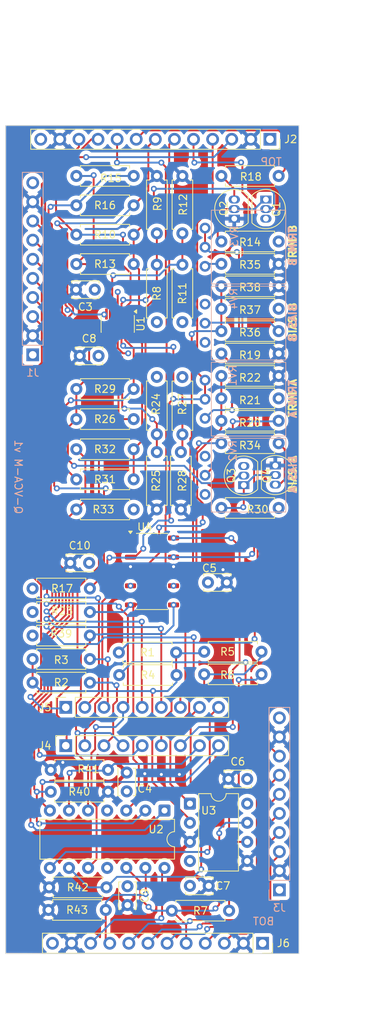
<source format=kicad_pcb>
(kicad_pcb (version 20241229) (generator "pcbnew") (generator_version "9.0")
  (layers (0 "F.Cu" signal) (4 "In1.Cu" power "GND") (6 "In2.Cu" power "PWR") (2 "B.Cu" signal) (13 "F.Paste" user) (15 "B.Paste" user) (5 "F.SilkS" user "F.Silkscreen") (7 "B.SilkS" user "B.Silkscreen") (1 "F.Mask" user) (3 "B.Mask" user) (25 "Edge.Cuts" user))
  (net 0 "")
  (net 1 "GND")
  (net 2 "/LOG_C")
  (net 3 "/COMMON_C")
  (net 4 "/LIN_C")
  (net 5 "/LOG_A")
  (net 6 "/COMMON_A")
  (net 7 "/LIN_A")
  (net 8 "-12V")
  (net 9 "/OFFSET_A")
  (net 10 "/IN_A")
  (net 11 "/MIX_A")
  (net 12 "/OUT_A")
  (net 13 "/OFFSET_B")
  (net 14 "/IN_B")
  (net 15 "/MIX_B")
  (net 16 "/OUT_B")
  (net 17 "/LIN_B")
  (net 18 "/LOG_B")
  (net 19 "/COMMON_B")
  (net 20 "/MIX_OUT")
  (net 21 "+12V")
  (net 22 "/OFFSET_D")
  (net 23 "/IN_D")
  (net 24 "/OFFSET_C")
  (net 25 "/MIX_C")
  (net 26 "/OUT_C")
  (net 27 "/IN_C")
  (net 28 "/LIN_D")
  (net 29 "/LOG_D")
  (net 30 "/COMMON_D")
  (net 31 "/OUT_D")
  (net 32 "Net-(Q1-B)")
  (net 33 "Net-(Q1-E)")
  (net 34 "Net-(Q2-C)")
  (net 35 "Net-(Q3-B)")
  (net 36 "Net-(Q3-E)")
  (net 37 "Net-(Q4-C)")
  (net 38 "Net-(U3A--)")
  (net 39 "Net-(R19-Pad1)")
  (net 40 "Net-(R20-Pad2)")
  (net 41 "Net-(R35-Pad1)")
  (net 42 "Net-(R36-Pad2)")
  (net 43 "Net-(R5-Pad2)")
  (net 44 "/LED_C2")
  (net 45 "Net-(U1A-+)")
  (net 46 "Net-(U1B-+)")
  (net 47 "Net-(U1B--)")
  (net 48 "Net-(R15-Pad1)")
  (net 49 "Net-(U1C-+)")
  (net 50 "Net-(U1D-+)")
  (net 51 "Net-(U1D--)")
  (net 52 "Net-(R31-Pad1)")
  (net 53 "Net-(U3B--)")
  (net 54 "/VCA_A/BIAS")
  (net 55 "/VCA_B/BIAS")
  (net 58 "/LED_B2")
  (net 59 "/LED_B1")
  (net 60 "/LED_A1")
  (net 61 "/LED_C1")
  (net 62 "/LED_MIX1")
  (net 63 "/LED_A2")
  (net 64 "/LED_MIX2")
  (footprint "Eurorack Common:R_Axial_DIN0207_L6.3mm_D2.5mm_P7.62mm_Horizontal" (layer "F.Cu") (at 49.71 124.3 180)
    (property "Reference" "R7")
    (property "Value" "100K")
  )
  (footprint "Eurorack Common:R_Axial_DIN0207_L6.3mm_D2.5mm_P7.62mm_Horizontal" (layer "F.Cu") (at 35.05 90)
    (property "Reference" "R1")
    (property "Value" "100K")
  )
  (footprint "Eurorack Common:R_Axial_DIN0207_L6.3mm_D2.5mm_P7.62mm_Horizontal" (layer "F.Cu") (at 29.4 71)
    (property "Reference" "R33")
    (property "Value" "20K")
  )
  (footprint "Eurorack Common:C_Disc_D3.4mm_W2.1mm_P2.50mm" (layer "F.Cu") (at 28.6 78.1)
    (property "Reference" "C10")
    (property "Value" "100nF")
  )
  (footprint "Eurorack Common:DIP-14_W7.62mm" (layer "F.Cu") (at 41.12 110.995 -90)
    (property "Reference" "U2")
    (property "Value" "TL074")
  )
  (footprint "Eurorack Common:R_Axial_DIN0207_L6.3mm_D2.5mm_P7.62mm_Horizontal" (layer "F.Cu") (at 33.61 108.5 180)
    (property "Reference" "R40")
    (property "Value" "1K")
  )
  (footprint "Eurorack Common:R_Axial_DIN0207_L6.3mm_D2.5mm_P7.62mm_Horizontal" (layer "F.Cu") (at 48.68 56.244444)
    (property "Reference" "R21")
    (property "Value" "470K")
  )
  (footprint "Eurorack Common:Texas_DYY0014A_TSOT-23-14_2x4.2mm_P0.5mm" (layer "F.Cu") (at 34.900874 46.353511 -90)
    (property "Reference" "U1")
    (property "Value" "TL084")
  )
  (footprint "Eurorack Common:C_Disc_D3.4mm_W2.1mm_P2.50mm" (layer "F.Cu") (at 46.9 80.7)
    (property "Reference" "C5")
    (property "Value" "100nF")
  )
  (footprint "Eurorack Common:R_Axial_DIN0207_L6.3mm_D2.5mm_P7.62mm_Horizontal" (layer "F.Cu") (at 40.1 63.38 -90)
    (property "Reference" "R25")
    (property "Value" "2K")
  )
  (footprint "Eurorack Common:R_Axial_DIN0207_L6.3mm_D2.5mm_P7.62mm_Horizontal" (layer "F.Cu") (at 56.3 62.2 180)
    (property "Reference" "R34")
    (property "Value" "20K")
  )
  (footprint "Eurorack Common:R_Axial_DIN0207_L6.3mm_D2.5mm_P7.62mm_Horizontal" (layer "F.Cu") (at 40.1 53.39 -90)
    (property "Reference" "R24")
    (property "Value" "100K")
  )
  (footprint "Connector_PinSocket_2.54mm:PinSocket_1x09_P2.54mm_Vertical" (layer "F.Cu") (at 27.992882 97.287503 90)
    (property "Reference" "J5")
    (property "Value" "01x09 Female Pin Header" (hide yes))
  )
  (footprint "Connector_PinSocket_2.54mm:PinSocket_1x13_P2.54mm_Vertical" (layer "F.Cu") (at 55.141044 21.822256 -90)
    (property "Reference" "J2")
    (property "Value" "01x13 Female Pin Header" (hide yes))
  )
  (footprint "Eurorack Common:DIP-8_W7.62mm" (layer "F.Cu") (at 44.5 110.08)
    (property "Reference" "U3")
    (property "Value" "TL072")
  )
  (footprint "Eurorack Common:R_Axial_DIN0207_L6.3mm_D2.5mm_P7.62mm_Horizontal" (layer "F.Cu") (at 29.4 55)
    (property "Reference" "R29")
    (property "Value" "2K")
  )
  (footprint "Eurorack Common:TO-92_Inline" (layer "F.Cu") (at 55.86 65.16 -90)
    (property "Reference" "Q4")
    (property "Value" "2N3906")
  )
  (footprint "Eurorack Common:R_Axial_DIN0207_L6.3mm_D2.5mm_P7.62mm_Horizontal" (layer "F.Cu") (at 43.5 26.7 -90)
    (property "Reference" "R12")
    (property "Value" "470R")
  )
  (footprint "Eurorack Common:R_Axial_DIN0207_L6.3mm_D2.5mm_P7.62mm_Horizontal" (layer "F.Cu") (at 56.3 53.266667 180)
    (property "Reference" "R22")
    (property "Value" "47K")
  )
  (footprint "Eurorack Common:R_Axial_DIN0207_L6.3mm_D2.5mm_P7.62mm_Horizontal" (layer "F.Cu") (at 23.58 87.75)
    (property "Reference" "R39")
    (property "Value" "4.7K")
  )
  (footprint "Eurorack Common:R_Axial_DIN0207_L6.3mm_D2.5mm_P7.62mm_Horizontal" (layer "F.Cu") (at 48.68 50.288889)
    (property "Reference" "R19")
    (property "Value" "150R")
  )
  (footprint "Eurorack Common:R_Axial_DIN0207_L6.3mm_D2.5mm_P7.62mm_Horizontal" (layer "F.Cu") (at 37.02 67 180)
    (property "Reference" "R31")
    (property "Value" "100K")
  )
  (footprint "Eurorack Common:R_Axial_DIN0207_L6.3mm_D2.5mm_P7.62mm_Horizontal" (layer "F.Cu") (at 25.69 124.2)
    (property "Reference" "R43")
    (property "Value" "1K")
  )
  (footprint "Eurorack Common:R_Axial_DIN0207_L6.3mm_D2.5mm_P7.62mm_Horizontal" (layer "F.Cu") (at 48.68 38.377778)
    (property "Reference" "R35")
    (property "Value" "150R")
  )
  (footprint "Eurorack Common:R_Axial_DIN0207_L6.3mm_D2.5mm_P7.62mm_Horizontal" (layer "F.Cu") (at 31.2 81.5 180)
    (property "Reference" "R17")
    (property "Value" "20K")
  )
  (footprint "Eurorack Common:C_Disc_D3.4mm_W2.1mm_P2.50mm" (layer "F.Cu") (at 36.2 121.05 -90)
    (property "Reference" "C9")
    (property "Value" "100nF")
  )
  (footprint "Eurorack Common:R_Axial_DIN0207_L6.3mm_D2.5mm_P7.62mm_Horizontal" (layer "F.Cu") (at 37.02 26.7 180)
    (property "Reference" "R15")
    (property "Value" "100K")
  )
  (footprint "Eurorack Common:R_Axial_DIN0207_L6.3mm_D2.5mm_P7.62mm_Horizontal" (layer "F.Cu") (at 48.68 44.333333)
    (property "Reference" "R37")
    (property "Value" "470K")
  )
  (footprint "Eurorack Common:R_Axial_DIN0207_L6.3mm_D2.5mm_P7.62mm_Horizontal" (layer "F.Cu") (at 43.5 61.03 90)
    (property "Reference" "R27")
    (property "Value" "100K")
  )
  (footprint "Eurorack Common:R_Axial_DIN0207_L6.3mm_D2.5mm_P7.62mm_Horizontal" (layer "F.Cu") (at 37.02 63 180)
    (property "Reference" "R32")
    (property "Value" "30K")
  )
  (footprint "Eurorack Common:R_Axial_DIN0207_L6.3mm_D2.5mm_P7.62mm_Horizontal" (layer "F.Cu") (at 48.68 26.7)
    (property "Reference" "R18")
    (property "Value" "20K")
  )
  (footprint "Eurorack Common:R_Axial_DIN0207_L6.3mm_D2.5mm_P7.62mm_Horizontal" (layer "F.Cu") (at 43.3 71 90)
    (property "Reference" "R28")
    (property "Value" "470R")
  )
  (footprint "Eurorack Common:R_Axial_DIN0207_L6.3mm_D2.5mm_P7.62mm_Horizontal" (layer "F.Cu") (at 25.78 121.2)
    (property "Reference" "R42")
    (property "Value" "1K")
  )
  (footprint "Eurorack Common:R_Axial_DIN0207_L6.3mm_D2.5mm_P7.62mm_Horizontal" (layer "F.Cu") (at 40.1 46.11 90)
    (property "Reference" "R8")
    (property "Value" "100K")
  )
  (footprint "Eurorack Common:R_Axial_DIN0207_L6.3mm_D2.5mm_P7.62mm_Horizontal" (layer "F.Cu") (at 29.4 30.6)
    (property "Reference" "R16")
    (property "Value" "30K")
  )
  (footprint "Eurorack Common:TO-92_Inline" (layer "F.Cu") (at 50.4 32.37 90)
    (property "Reference" "Q2")
    (property "Value" "2N3906")
  )
  (footprint "Eurorack Common:R_Axial_DIN0207_L6.3mm_D2.5mm_P7.62mm_Horizontal" (layer "F.Cu") (at 37.02 38.4 180)
    (property "Reference" "R13")
    (property "Value" "2K")
  )
  (footprint "Eurorack Common:C_Disc_D3.4mm_W2.1mm_P2.50mm" (layer "F.Cu") (at 44.5 121)
    (property "Reference" "C7")
    (property "Value" "100nF")
  )
  (footprint "Eurorack Common:SOIC-16_3.9x9.9mm_P1.27mm" (layer "F.Cu") (at 39.4625 79.235)
    (property "Reference" "U4")
    (property "Value" "NE5517")
  )
  (footprint "Connector_PinSocket_2.54mm:PinSocket_1x12_P2.54mm_Vertical" (layer "F.Cu") (at 54.161044 128.622256 -90)
    (property "Reference" "J6")
    (property "Value" "01x12 Female Pin Header" (hide yes))
  )
  (footprint "Eurorack Common:R_Axial_DIN0207_L6.3mm_D2.5mm_P7.62mm_Horizontal" (layer "F.Cu") (at 56.3 47.311111 180)
    (property "Reference" "R36")
    (property "Value" "2M")
  )
  (footprint "Eurorack Common:R_Axial_DIN0207_L6.3mm_D2.5mm_P7.62mm_Horizontal" (layer "F.Cu") (at 56.3 70.8 180)
    (property "Reference" "R30")
    (property "Value" "120K")
  )
  (footprint "Eurorack Common:R_Axial_DIN0207_L6.3mm_D2.5mm_P7.62mm_Horizontal" (layer "F.Cu") (at 56.3 35.4 180)
    (property "Reference" "R14")
    (property "Value" "120K")
  )
  (footprint "Eurorack Common:R_Axial_DIN0207_L6.3mm_D2.5mm_P7.62mm_Horizontal" (layer "F.Cu") (at 37.02 59 180)
    (property "Reference" "R26")
    (property "Value" "2K")
  )
  (footprint "Eurorack Common:TO-92_Inline" (layer "F.Cu") (at 54.6 29.83 -90)
    (property "Reference" "Q1")
    (property "Value" "2N3904")
  )
  (footprint "Eurorack Common:C_Disc_D3.4mm_W2.1mm_P2.50mm" (layer "F.Cu") (at 29.85 50.6)
    (property "Reference" "C8")
    (property "Value" "100nF")
  )
  (footprint "Eurorack Common:R_Axial_DIN0207_L6.3mm_D2.5mm_P7.62mm_Horizontal" (layer "F.Cu") (at 46.4 92.9)
    (property "Reference" "R6")
    (property "Value" "100K")
  )
  (footprint "Eurorack Common:R_Axial_DIN0207_L6.3mm_D2.5mm_P7.62mm_Horizontal" (layer "F.Cu") (at 31.2 90.875 180)
    (property "Reference" "R3")
    (property "Value" "100K")
  )
  (footprint "Eurorack Common:R_Axial_DIN0207_L6.3mm_D2.5mm_P7.62mm_Horizontal" (layer "F.Cu") (at 46.4 89.9)
    (property "Reference" "R5")
    (property "Value" "100K")
  )
  (footprint "Eurorack Common:R_Axial_DIN0207_L6.3mm_D2.5mm_P7.62mm_Horizontal" (layer "F.Cu") (at 35.1 93)
    (property "Reference" "R4")
    (property "Value" "100K")
  )
  (footprint "Eurorack Common:R_Axial_DIN0207_L6.3mm_D2.5mm_P7.62mm_Horizontal" (layer "F.Cu") (at 43.5 38.49 -90)
    (property "Reference" "R11")
    (property "Value" "100K")
  )
  (footprint "Eurorack Common:R_Axial_DIN0207_L6.3mm_D2.5mm_P7.62mm_Horizontal" (layer "F.Cu") (at 29.4 34.5)
    (property "Reference" "R10")
    (property "Value" "2K")
  )
  (footprint "Eurorack Common:TO-92_Inline" (layer "F.Cu") (at 51.66 67.77 90)
    (property "Reference" "Q3")
    (property "Value" "2N3904")
  )
  (footprint "Connector_PinSocket_2.54mm:PinSocket_1x09_P2.54mm_Vertical" (layer "F.Cu") (at 27.992882 102.375039 90)
    (property "Reference" "J4")
    (property "Value" "01x09 Female Pin Header" (hide yes))
  )
  (footprint "Eurorack Common:R_Axial_DIN0207_L6.3mm_D2.5mm_P7.62mm_Horizontal" (layer "F.Cu") (at 31.2 94 180)
    (property "Reference" "R2")
    (property "Value" "100K")
  )
  (footprint "Eurorack Common:C_Disc_D3.4mm_W2.1mm_P2.50mm" (layer "F.Cu") (at 36.1 105.95 -90)
    (property "Reference" "C4")
    (property "Value" "100nF")
  )
  (footprint "Eurorack Common:R_Axial_DIN0207_L6.3mm_D2.5mm_P7.62mm_Horizontal" (layer "F.Cu") (at 23.58 84.625)
    (property "Reference" "R23")
    (property "Value" "4.7K")
  )
  (footprint "Eurorack Common:C_Disc_D3.4mm_W2.1mm_P2.50mm" (layer "F.Cu") (at 31.85 41.8 180)
    (property "Reference" "C3")
    (property "Value" "100nF")
  )
  (footprint "Eurorack Common:R_Axial_DIN0207_L6.3mm_D2.5mm_P7.62mm_Horizontal" (layer "F.Cu") (at 56.3 59.222222 180)
    (property "Reference" "R20")
    (property "Value" "2M")
  )
  (footprint "Eurorack Common:C_Disc_D3.4mm_W2.1mm_P2.50mm" (layer "F.Cu") (at 49.62 106.8)
    (property "Reference" "C6")
    (property "Value" "100nF")
  )
  (footprint "Eurorack Common:R_Axial_DIN0207_L6.3mm_D2.5mm_P7.62mm_Horizontal" (layer "F.Cu") (at 25.99 105.6)
    (property "Reference" "R41")
    (property "Value" "1K")
  )
  (footprint "Eurorack Common:R_Axial_DIN0207_L6.3mm_D2.5mm_P7.62mm_Horizontal" (layer "F.Cu") (at 56.3 41.355556 180)
    (property "Reference" "R38")
    (property "Value" "47K")
  )
  (footprint "Eurorack Common:R_Axial_DIN0207_L6.3mm_D2.5mm_P7.62mm_Horizontal" (layer "F.Cu") (at 40.1 34.32 90)
    (property "Reference" "R9")
    (property "Value" "2K")
  )
  (footprint "Connector_PinHeader_2.54mm:PinHeader_1x10_P2.54mm_Vertical" (layer "B.Cu") (at 56.4 121.54)
    (property "Reference" "J3")
    (property "Value" "01x10 Male Pin Header" (hide yes))
  )
  (footprint "Connector_PinHeader_2.54mm:PinHeader_1x10_P2.54mm_Vertical" (layer "B.Cu") (at 23.6 50.46)
    (property "Reference" "J1")
    (property "Value" "01x10 Male Pin Header" (hide yes))
  )
  (footprint "Eurorack Common:Potentiometer_Bourns_3296W_Horizontal" (layer "B.Cu") (at 46.5125 63.92 90)
    (property "Reference" "RV2")
    (property "Value" "B100K")
  )
  (footprint "Eurorack Common:Potentiometer_Bourns_3296W_Horizontal" (layer "B.Cu") (at 46.5125 33.62 90)
    (property "Reference" "RV3")
    (property "Value" "B2K")
  )
  (footprint "Eurorack Common:Potentiometer_Bourns_3296W_Horizontal" (layer "B.Cu") (at 46.5125 43.72 90)
    (property "Reference" "RV4")
    (property "Value" "B100K")
  )
  (footprint "Eurorack Common:Potentiometer_Bourns_3296W_Horizontal" (layer "B.Cu") (at 46.5125 53.82 90)
    (property "Reference" "RV1")
    (property "Value" "B2K")
  )
  (gr_rect (start 19.998921 19.998921) (end 58.998921 129.998921) (stroke (width 0.1)) (fill no) (layer "Edge.Cuts"))
  (gr_text "BIAS B" (at 58.75 48.75 90) (layer "F.SilkS") (effects (font (size 1 1) (thickness 0.25) (bold yes)) (justify left bottom)))
  (gr_text "TRIM A" (at 58.75 58.873809 90) (layer "F.SilkS") (effects (font (size 1 1) (thickness 0.25) (bold yes)) (justify left bottom)))
  (gr_text "TRIM B" (at 58.75 38.530952 90) (layer "F.SilkS") (effects (font (size 1 1) (thickness 0.25) (bold yes)) (justify left bottom)))
  (gr_text "BIAS A" (at 58.75 68.95 90) (layer "F.SilkS") (effects (font (size 1 1) (thickness 0.25) (bold yes)) (justify left bottom)))
  (gr_text "BIAS A" (at 58.7575 63.732619 90) (layer "B.SilkS") (effects (font (size 1 1) (thickness 0.25) (bold yes)) (justify left bottom mirror)))
  (gr_text "TRIM B" (at 58.7575 33.313571 90) (layer "B.SilkS") (effects (font (size 1 1) (thickness 0.25) (bold yes)) (justify left bottom mirror)))
  (gr_text "TOP" (at 56.8 25.4 0) (layer "B.SilkS") (effects (font (size 1 1)) (justify left bottom mirror)))
  (gr_text "BOT" (at 55.8 126.3 0) (layer "B.SilkS") (effects (font (size 1 1)) (justify left bottom mirror)))
  (gr_text "BIAS B" (at 58.7575 43.532619 90) (layer "B.SilkS") (effects (font (size 1 1) (thickness 0.25) (bold yes)) (justify left bottom mirror)))
  (gr_text "Q-VCA-M v1" (at 21.1 71.7 270) (layer "B.SilkS") (effects (font (size 1 1)) (justify left bottom mirror)))
  (gr_text "TRIM A" (at 58.7575 53.656428 90) (layer "B.SilkS") (effects (font (size 1 1) (thickness 0.25) (bold yes)) (justify left bottom mirror)))
  (via (at 36.6 78.6) (size 0.8) (drill 0.4) (layers "F.Cu" "B.Cu") (net 1))
  (via (at 42.325 78.6) (size 0.8) (drill 0.4) (layers "F.Cu" "B.Cu") (net 1))
  (via (at 27.6 104.6) (size 0.8) (drill 0.4) (layers "F.Cu" "B.Cu") (net 1))
  (via (at 48.9 79) (size 0.8) (drill 0.4) (layers "F.Cu" "B.Cu") (net 1))
  (via (at 38.5 106.1) (size 0.8) (drill 0.4) (layers "F.Cu" "B.Cu") (net 1))
  (via (at 40.7 106.2) (size 0.8) (drill 0.4) (layers "F.Cu" "B.Cu") (net 1))
  (via (at 43.1 106.2) (size 0.8) (drill 0.4) (layers "F.Cu" "B.Cu") (net 1))
  (segment (start 26.153 45.36215) (end 26.152 45.36115) (width 0.25) (layer "F.Cu") (net 2))
  (segment (start 23.72 35.22) (end 23.6 35.22) (width 0.25) (layer "F.Cu") (net 2))
  (segment (start 27.102 83.874009) (end 27.102 80.85188) (width 0.25) (layer "F.Cu") (net 2))
  (segment (start 26.152 45.36115) (end 26.152 43.63885) (width 0.25) (layer "F.Cu") (net 2))
  (segment (start 25.945 37.445) (end 23.72 35.22) (width 0.25) (layer "F.Cu") (net 2))
  (segment (start 25.431 85.545009) (end 25.705003 85.271006) (width 0.25) (layer "F.Cu") (net 2))
  (segment (start 25.73172 85.271006) (end 26.157 84.845726) (width 0.25) (layer "F.Cu") (net 2))
  (segment (start 26.604 52.24724) (end 26.604 45.83276) (width 0.25) (layer "F.Cu") (net 2))
  (segment (start 26.153 43.63785) (end 26.153 43.47957) (width 0.25) (layer "F.Cu") (net 2))
  (segment (start 24.647 54.20424) (end 26.604 52.24724) (width 0.25) (layer "F.Cu") (net 2))
  (segment (start 27.102 80.85188) (end 24.647 78.39688) (width 0.25) (layer "F.Cu") (net 2))
  (segment (start 40.644939 86.824) (end 40.692882 86.871943) (width 0.25) (layer "F.Cu") (net 2))
  (segment (start 26.152 43.63885) (end 26.153 43.63785) (width 0.25) (layer "F.Cu") (net 2))
  (segment (start 25.945 43.27157) (end 25.945 37.445) (width 0.25) (layer "F.Cu") (net 2))
  (segment (start 40.692882 86.871943) (end 40.692882 97.287503) (width 0.25) (layer "F.Cu") (net 2))
  (segment (start 26.153 43.47957) (end 25.945 43.27157) (width 0.25) (layer "F.Cu") (net 2))
  (segment (start 25.705003 85.271006) (end 25.73172 85.271006) (width 0.25) (layer "F.Cu") (net 2))
  (segment (start 26.157 84.819009) (end 27.102 83.874009) (width 0.25) (layer "F.Cu") (net 2))
  (segment (start 26.153 45.38176) (end 26.153 45.36215) (width 0.25) (layer "F.Cu") (net 2))
  (segment (start 26.604 45.83276) (end 26.153 45.38176) (width 0.25) (layer "F.Cu") (net 2))
  (segment (start 26.157 84.845726) (end 26.157 84.819009) (width 0.25) (layer "F.Cu") (net 2))
  (segment (start 24.647 78.39688) (end 24.647 54.20424) (width 0.25) (layer "F.Cu") (net 2))
  (via (at 25.431 85.545009) (size 0.8) (drill 0.4) (layers "F.Cu" "B.Cu") (net 2))
  (via (at 40.644939 86.824) (size 0.8) (drill 0.4) (layers "F.Cu" "B.Cu") (net 2))
  (segment (start 40.444939 86.624) (end 26.724 86.624) (width 0.25) (layer "B.Cu") (net 2))
  (segment (start 40.644939 86.824) (end 40.444939 86.624) (width 0.25) (layer "B.Cu") (net 2))
  (segment (start 25.645009 85.545009) (end 25.431 85.545009) (width 0.25) (layer "B.Cu") (net 2))
  (segment (start 26.724 86.624) (end 25.645009 85.545009) (width 0.25) (layer "B.Cu") (net 2))
  (segment (start 27.553 84.447) (end 26.157 85.843) (width 0.25) (layer "F.Cu") (net 3))
  (segment (start 27.553 80.66507) (end 27.553 84.447) (width 0.25) (layer "F.Cu") (net 3))
  (segment (start 45 87.975) (end 45 93.63781) (width 0.25) (layer "F.Cu") (net 3))
  (segment (start 26.603 43.82566) (end 26.603 45.17434) (width 0.25) (layer "F.Cu") (net 3))
  (segment (start 26.604 45.17534) (end 26.604 45.19495) (width 0.25) (layer "F.Cu") (net 3))
  (segment (start 26.603 45.17434) (end 26.604 45.17534) (width 0.25) (layer "F.Cu") (net 3))
  (segment (start 26.604 43.29276) (end 26.604 43.82466) (width 0.25) (layer "F.Cu") (net 3))
  (segment (start 23.78 32.68) (end 24.8 33.7) (width 0.25) (layer "F.Cu") (net 3))
  (segment (start 45 93.63781) (end 43.232882 95.404928) (width 0.25) (layer "F.Cu") (net 3))
  (segment (start 26.396 43.08476) (end 26.604 43.29276) (width 0.25) (layer "F.Cu") (net 3))
  (segment (start 25.41219 86.58781) (end 25.431 86.60662) (width 0.25) (layer "F.Cu") (net 3))
  (segment (start 26.157 85.845729) (end 25.73172 86.271009) (width 0.25) (layer "F.Cu") (net 3))
  (segment (start 25.098 54.39105) (end 25.098 78.21007) (width 0.25) (layer "F.Cu") (net 3))
  (segment (start 43.232882 95.404928) (end 43.232882 97.287503) (width 0.25) (layer "F.Cu") (net 3))
  (segment (start 25.73172 86.271009) (end 25.728991 86.271009) (width 0.25) (layer "F.Cu") (net 3))
  (segment (start 23.6 32.68) (end 23.78 32.68) (width 0.25) (layer "F.Cu") (net 3))
  (segment (start 27.055 45.64595) (end 27.055 52.43405) (width 0.25) (layer "F.Cu") (net 3))
  (segment (start 26.604 43.82466) (end 26.603 43.82566) (width 0.25) (layer "F.Cu") (net 3))
  (segment (start 25.431 86.60662) (end 25.431 86.545012) (width 0.25) (layer "F.Cu") (net 3))
  (segment (start 26.396 35.80943) (end 26.396 43.08476) (width 0.25) (layer "F.Cu") (net 3))
  (segment (start 25.098 78.21007) (end 27.553 80.66507) (width 0.25) (layer "F.Cu") (net 3))
  (segment (start 26.604 45.19495) (end 27.055 45.64595) (width 0.25) (layer "F.Cu") (net 3))
  (segment (start 24.8 34.21343) (end 26.396 35.80943) (width 0.25) (layer "F.Cu") (net 3))
  (segment (start 26.157 85.843) (end 26.157 85.845729) (width 0.25) (layer "F.Cu") (net 3))
  (segment (start 27.055 52.43405) (end 25.098 54.39105) (width 0.25) (layer "F.Cu") (net 3))
  (segment (start 24.8 33.7) (end 24.8 34.21343) (width 0.25) (layer "F.Cu") (net 3))
  (segment (start 25.728991 86.271009) (end 25.41219 86.58781) (width 0.25) (layer "F.Cu") (net 3))
  (via (at 45 87.975) (size 0.8) (drill 0.4) (layers "F.Cu" "B.Cu") (net 3))
  (via (at 25.431 86.545012) (size 0.8) (drill 0.4) (layers "F.Cu" "B.Cu") (net 3))
  (segment (start 27.761988 88.876) (end 25.431 86.545012) (width 0.25) (layer "B.Cu") (net 3))
  (segment (start 33.1 88) (end 32.224 88.876) (width 0.25) (layer "B.Cu") (net 3))
  (segment (start 44.975 88) (end 33.1 88) (width 0.25) (layer "B.Cu") (net 3))
  (segment (start 32.224 88.876) (end 27.761988 88.876) (width 0.25) (layer "B.Cu") (net 3))
  (segment (start 23.92 33) (end 23.6 32.68) (width 0.25) (layer "B.Cu") (net 3))
  (segment (start 45 87.975) (end 44.975 88) (width 0.25) (layer "B.Cu") (net 3))
  (segment (start 26.153 52.06043) (end 24.196 54.01743) (width 0.25) (layer "F.Cu") (net 4))
  (segment (start 23.6 37.76) (end 23.76 37.76) (width 0.25) (layer "F.Cu") (net 4))
  (segment (start 25.654994 84.545006) (end 25.431 84.545006) (width 0.25) (layer "F.Cu") (net 4))
  (segment (start 25.701 43.66538) (end 25.701 45.54796) (width 0.25) (layer "F.Cu") (net 4))
  (segment (start 24.196 78.58369) (end 26.651 81.03869) (width 0.25) (layer "F.Cu") (net 4))
  (segment (start 25.494 39.494) (end 25.494 43.45838) (width 0.25) (layer "F.Cu") (net 4))
  (segment (start 25.702 45.54896) (end 25.702 45.56857) (width 0.25) (layer "F.Cu") (net 4))
  (segment (start 38.1 97.234621) (end 38.152882 97.287503) (width 0.25) (layer "F.Cu") (net 4))
  (segment (start 26.651 81.03869) (end 26.651 83.549) (width 0.25) (layer "F.Cu") (net 4))
  (segment (start 26.153 46.01957) (end 26.153 52.06043) (width 0.25) (layer "F.Cu") (net 4))
  (segment (start 23.76 37.76) (end 25.494 39.494) (width 0.25) (layer "F.Cu") (net 4))
  (segment (start 24.196 54.01743) (end 24.196 78.58369) (width 0.25) (layer "F.Cu") (net 4))
  (segment (start 25.494 43.45838) (end 25.701 43.66538) (width 0.25) (layer "F.Cu") (net 4))
  (segment (start 26.651 83.549) (end 25.654994 84.545006) (width 0.25) (layer "F.Cu") (net 4))
  (segment (start 25.702 45.56857) (end 26.153 46.01957) (width 0.25) (layer "F.Cu") (net 4))
  (segment (start 25.701 45.54796) (end 25.702 45.54896) (width 0.25) (layer "F.Cu") (net 4))
  (segment (start 38.1 85.899) (end 38.1 97.234621) (width 0.25) (layer "F.Cu") (net 4))
  (via (at 25.431 84.545006) (size 0.8) (drill 0.4) (layers "F.Cu" "B.Cu") (net 4))
  (via (at 38.1 85.899) (size 0.8) (drill 0.4) (layers "F.Cu" "B.Cu") (net 4))
  (segment (start 26.157 85.244289) (end 25.73172 84.819009) (width 0.25) (layer "B.Cu") (net 4))
  (segment (start 26.8 85.9) (end 26.157 85.257) (width 0.25) (layer "B.Cu") (net 4))
  (segment (start 38.099 85.9) (end 26.8 85.9) (width 0.25) (layer "B.Cu") (net 4))
  (segment (start 38.1 85.899) (end 38.099 85.9) (width 0.25) (layer "B.Cu") (net 4))
  (segment (start 26.157 85.257) (end 26.157 85.244289) (width 0.25) (layer "B.Cu") (net 4))
  (segment (start 25.705003 84.819009) (end 25.431 84.545006) (width 0.25) (layer "B.Cu") (net 4))
  (segment (start 25.73172 84.819009) (end 25.705003 84.819009) (width 0.25) (layer "B.Cu") (net 4))
  (segment (start 57.099999 21.429211) (end 57.099999 25.900001) (width 0.25) (layer "F.Cu") (net 5))
  (segment (start 37.361044 21.822256) (end 38.537044 20.646256) (width 0.25) (layer "F.Cu") (net 5))
  (segment (start 56.317044 20.646256) (end 57.099999 21.429211) (width 0.25) (layer "F.Cu") (net 5))
  (segment (start 38.537044 20.646256) (end 56.317044 20.646256) (width 0.25) (layer "F.Cu") (net 5))
  (segment (start 57.099999 25.900001) (end 56.3 26.7) (width 0.25) (layer "F.Cu") (net 5))
  (segment (start 38.597 72.793) (end 36.6 74.79) (width 0.25) (layer "F.Cu") (net 6))
  (segment (start 40.7 24.925) (end 41.3 25.525) (width 0.25) (layer "F.Cu") (net 6))
  (segment (start 41.3 41.52672) (end 38.597 44.22972) (width 0.25) (layer "F.Cu") (net 6))
  (segment (start 41.3 25.525) (end 41.3 41.52672) (width 0.25) (layer "F.Cu") (net 6))
  (segment (start 34.8 24.925) (end 34.821044 24.903956) (width 0.25) (layer "F.Cu") (net 6))
  (segment (start 34.821044 24.903956) (end 34.821044 21.822256) (width 0.25) (layer "F.Cu") (net 6))
  (segment (start 38.597 44.22972) (end 38.597 72.793) (width 0.25) (layer "F.Cu") (net 6))
  (via (at 34.8 24.925) (size 0.8) (drill 0.4) (layers "F.Cu" "B.Cu") (net 6))
  (via (at 40.7 24.925) (size 0.8) (drill 0.4) (layers "F.Cu" "B.Cu") (net 6))
  (segment (start 40.7 24.925) (end 34.8 24.925) (width 0.25) (layer "B.Cu") (net 6))
  (segment (start 37.02 30.6) (end 38.974 28.646) (width 0.25) (layer "F.Cu") (net 7))
  (segment (start 28.2 34.325305) (end 26.861783 32.987088) (width 0.25) (layer "F.Cu") (net 7))
  (segment (start 26.451 54.95148) (end 28.408 52.99448) (width 0.25) (layer "F.Cu") (net 7))
  (segment (start 28.408 45.4) (end 28.957 44.851) (width 0.25) (layer "F.Cu") (net 7))
  (segment (start 33.074 79.626) (end 33.074 68.426) (width 0.25) (layer "F.Cu") (net 7))
  (segment (start 28.957 44.851) (end 28.957 44.19928) (width 0.25) (layer "F.Cu") (net 7))
  (segment (start 26.451 67.851) (end 26.451 54.95148) (width 0.25) (layer "F.Cu") (net 7))
  (segment (start 28.957 44.19928) (end 28.418905 43.661185) (width 0.25) (layer "F.Cu") (net 7))
  (segment (start 26.8 68.2) (end 26.451 67.851) (width 0.25) (layer "F.Cu") (net 7))
  (segment (start 31.2 81.5) (end 33.074 79.626) (width 0.25) (layer "F.Cu") (net 7))
  (segment (start 28.2 42.33752) (end 28.2 34.325305) (width 0.25) (layer "F.Cu") (net 7))
  (segment (start 28.418905 42.556425) (end 28.2 42.33752) (width 0.25) (layer "F.Cu") (net 7))
  (segment (start 33.074 68.426) (end 33.3 68.2) (width 0.25) (layer "F.Cu") (net 7))
  (segment (start 28.418905 43.661185) (end 28.418905 42.556425) (width 0.25) (layer "F.Cu") (net 7))
  (segment (start 38.974 28.646) (end 38.974 22.7493) (width 0.25) (layer "F.Cu") (net 7))
  (segment (start 28.408 52.99448) (end 28.408 45.4) (width 0.25) (layer "F.Cu") (net 7))
  (segment (start 38.974 22.7493) (end 39.901044 21.822256) (width 0.25) (layer "F.Cu") (net 7))
  (via (at 26.861783 32.987088) (size 0.8) (drill 0.4) (layers "F.Cu" "B.Cu") (net 7))
  (via (at 33.3 68.2) (size 0.8) (drill 0.4) (layers "F.Cu" "B.Cu") (net 7))
  (via (at 26.8 68.2) (size 0.8) (drill 0.4) (layers "F.Cu" "B.Cu") (net 7))
  (segment (start 34.632912 32.987088) (end 26.861783 32.987088) (width 0.25) (layer "B.Cu") (net 7))
  (segment (start 37.02 30.6) (end 34.632912 32.987088) (width 0.25) (layer "B.Cu") (net 7))
  (segment (start 33.3 68.2) (end 26.8 68.2) (width 0.25) (layer "B.Cu") (net 7))
  (segment (start 34.900874 47.666011) (end 34.900874 49.552899) (width 0.25) (layer "F.Cu") (net 8))
  (segment (start 31.1 78.1) (end 31.2 78) (width 0.89) (layer "F.Cu") (net 8))
  (segment (start 35.60701 50.259035) (end 36.295 50.259035) (width 0.25) (layer "F.Cu") (net 8))
  (segment (start 34.900874 49.552899) (end 35.60701 50.259035) (width 0.25) (layer "F.Cu") (net 8))
  (via (at 36.295 50.259035) (size 0.8) (drill 0.4) (layers "F.Cu" "B.Cu") (net 8))
  (via (at 36.6 81.14) (size 0.8) (drill 0.4) (layers "F.Cu" "B.Cu") (net 8))
  (segment (start 31.1 78.1) (end 31.1 78.2) (width 0.89) (layer "B.Cu") (net 8))
  (segment (start 26.702 30.49928) (end 26.702 31.10072) (width 0.25) (layer "F.Cu") (net 9))
  (segment (start 35.900874 45.041011) (end 35.900874 44.199126) (width 0.25) (layer "F.Cu") (net 9))
  (segment (start 26.7 31.10272) (end 26.7 31.8) (width 0.25) (layer "F.Cu") (net 9))
  (segment (start 29.664226 24.2) (end 26.7 27.164226) (width 0.25) (layer "F.Cu") (net 9))
  (segment (start 36.6 43.5) (end 36.6 39.591953) (width 0.25) (layer "F.Cu") (net 9))
  (segment (start 26.7 31.8) (end 29.4 34.5) (width 0.25) (layer "F.Cu") (net 9))
  (segment (start 26.702 31.10072) (end 26.7 31.10272) (width 0.25) (layer "F.Cu") (net 9))
  (segment (start 26.7 30.49728) (end 26.702 30.49928) (width 0.25) (layer "F.Cu") (net 9))
  (segment (start 36.6 39.591953) (end 35.6 38.591953) (width 0.25) (layer "F.Cu") (net 9))
  (segment (start 30.7 24.2) (end 29.664226 24.2) (width 0.25) (layer "F.Cu") (net 9))
  (segment (start 35.900874 44.199126) (end 36.6 43.5) (width 0.25) (layer "F.Cu") (net 9))
  (segment (start 26.7 27.164226) (end 26.7 30.49728) (width 0.25) (layer "F.Cu") (net 9))
  (segment (start 35.6 38.591953) (end 35.6 34.5) (width 0.25) (layer "F.Cu") (net 9))
  (via (at 35.6 34.5) (size 0.8) (drill 0.4) (layers "F.Cu" "B.Cu") (net 9))
  (via (at 30.7 24.2) (size 0.8) (drill 0.4) (layers "F.Cu" "B.Cu") (net 9))
  (segment (start 30.7 24.2) (end 47.6833 24.2) (width 0.25) (layer "B.Cu") (net 9))
  (segment (start 35.6 34.5) (end 29.4 34.5) (width 0.25) (layer "B.Cu") (net 9))
  (segment (start 47.6833 24.2) (end 50.061044 21.822256) (width 0.25) (layer "B.Cu") (net 9))
  (segment (start 41.8 56.8) (end 42.3 56.3) (width 0.25) (layer "F.Cu") (net 10))
  (segment (start 47.521044 21.822256) (end 47.521044 30.878956) (width 0.25) (layer "F.Cu") (net 10))
  (segment (start 45.4665 52.774) (end 46.5125 53.82) (width 0.25) (layer "F.Cu") (net 10))
  (segment (start 37.17 77.33) (end 38.3 76.2) (width 0.25) (layer "F.Cu") (net 10))
  (segment (start 42 72.475) (end 41.8 72.275) (width 0.25) (layer "F.Cu") (net 10))
  (segment (start 41.8 72.275) (end 41.8 56.8) (width 0.25) (layer "F.Cu") (net 10))
  (segment (start 45.4665 32.9335) (end 45.4665 52.774) (width 0.25) (layer "F.Cu") (net 10))
  (segment (start 36.6 77.33) (end 37.17 77.33) (width 0.25) (layer "F.Cu") (net 10))
  (segment (start 47.521044 30.878956) (end 45.4665 32.9335) (width 0.25) (layer "F.Cu") (net 10))
  (segment (start 46.5125 53.82) (end 46.5125 56.36) (width 0.25) (layer "F.Cu") (net 10))
  (via (at 42 72.475) (size 0.8) (drill 0.4) (layers "F.Cu" "B.Cu") (net 10))
  (via (at 38.3 76.2) (size 0.8) (drill 0.4) (layers "F.Cu" "B.Cu") (net 10))
  (via (at 42.3 56.3) (size 0.8) (drill 0.4) (layers "F.Cu" "B.Cu") (net 10))
  (segment (start 42.3 56.3) (end 42.36 56.36) (width 0.25) (layer "B.Cu") (net 10))
  (segment (start 38.3 74.47328) (end 40.29828 72.475) (width 0.25) (layer "B.Cu") (net 10))
  (segment (start 40.29828 72.475) (end 42 72.475) (width 0.25) (layer "B.Cu") (net 10))
  (segment (start 42.36 56.36) (end 46.5125 56.36) (width 0.25) (layer "B.Cu") (net 10))
  (segment (start 38.3 76.2) (end 38.3 74.47328) (width 0.25) (layer "B.Cu") (net 10))
  (segment (start 53.123358 88.176642) (end 53.123358 80.876642) (width 0.25) (layer "F.Cu") (net 11))
  (segment (start 51.476 50.476) (end 51.476 35.924) (width 0.25) (layer "F.Cu") (net 11))
  (segment (start 51.476 25.076) (end 51.3 24.9) (width 0.25) (layer "F.Cu") (net 11))
  (segment (start 53.1 88.2) (end 53.123358 88.176642) (width 0.25) (layer "F.Cu") (net 11))
  (segment (start 53.2 34.2) (end 53.2 30.624) (width 0.25) (layer "F.Cu") (net 11))
  (segment (start 53.5 52.5) (end 51.476 50.476) (width 0.25) (layer "F.Cu") (net 11))
  (segment (start 44.981044 24.685456) (end 44.981044 21.822256) (width 0.25) (layer "F.Cu") (net 11))
  (segment (start 45.1 24.804412) (end 44.981044 24.685456) (width 0.25) (layer "F.Cu") (net 11))
  (segment (start 45.1 24.925) (end 45.1 24.804412) (width 0.25) (layer "F.Cu") (net 11))
  (segment (start 53.123358 80.876642) (end 53.5 80.5) (width 0.25) (layer "F.Cu") (net 11))
  (segment (start 53.2 30.624) (end 51.476 28.9) (width 0.25) (layer "F.Cu") (net 11))
  (segment (start 51.476 28.9) (end 51.476 25.076) (width 0.25) (layer "F.Cu") (net 11))
  (segment (start 51.476 35.924) (end 53.2 34.2) (width 0.25) (layer "F.Cu") (net 11))
  (segment (start 53.5 80.5) (end 53.5 52.5) (width 0.25) (layer "F.Cu") (net 11))
  (via (at 45.1 24.925) (size 0.8) (drill 0.4) (layers "F.Cu" "B.Cu") (net 11))
  (via (at 53.1 88.2) (size 0.8) (drill 0.4) (layers "F.Cu" "B.Cu") (net 11))
  (via (at 51.3 24.9) (size 0.8) (drill 0.4) (layers "F.Cu" "B.Cu") (net 11))
  (segment (start 52.6 88.7) (end 36.35 88.7) (width 0.25) (layer "B.Cu") (net 11))
  (segment (start 53.1 88.2) (end 52.6 88.7) (width 0.25) (layer "B.Cu") (net 11))
  (segment (start 45.1 24.925) (end 45.125 24.9) (width 0.25) (layer "B.Cu") (net 11))
  (segment (start 45.125 24.9) (end 51.3 24.9) (width 0.25) (layer "B.Cu") (net 11))
  (segment (start 36.35 88.7) (end 35.05 90) (width 0.25) (layer "B.Cu") (net 11))
  (segment (start 42.441044 21.822256) (end 41.751 22.5123) (width 0.25) (layer "F.Cu") (net 12))
  (segment (start 37.7 104.9) (end 36.976882 104.176882) (width 0.25) (layer "F.Cu") (net 12))
  (segment (start 41.751 41.71353) (end 41.4 42.06453) (width 0.25) (layer "F.Cu") (net 12))
  (segment (start 36.976882 84.056882) (end 36.6 83.68) (width 0.25) (layer "F.Cu") (net 12))
  (segment (start 41.2615 71.7385) (end 41.2615 79.755999) (width 0.25) (layer "F.Cu") (net 12))
  (segment (start 36.04 110.995) (end 37.7 109.335) (width 0.25) (layer "F.Cu") (net 12))
  (segment (start 41.751 22.5123) (end 41.751 41.71353) (width 0.25) (layer "F.Cu") (net 12))
  (segment (start 41.2615 79.755999) (end 37.337499 83.68) (width 0.25) (layer "F.Cu") (net 12))
  (segment (start 41.349 56.61319) (end 41.349 71.651) (width 0.25) (layer "F.Cu") (net 12))
  (segment (start 37.7 109.335) (end 37.7 104.9) (width 0.25) (layer "F.Cu") (net 12))
  (segment (start 36.976882 104.176882) (end 36.976882 84.056882) (width 0.25) (layer "F.Cu") (net 12))
  (segment (start 41.349 71.651) (end 41.2615 71.7385) (width 0.25) (layer "F.Cu") (net 12))
  (segment (start 41.4 42.06453) (end 41.4 56.56219) (width 0.25) (layer "F.Cu") (net 12))
  (segment (start 37.337499 83.68) (end 36.6 83.68) (width 0.25) (layer "F.Cu") (net 12))
  (segment (start 41.4 56.56219) (end 41.349 56.61319) (width 0.25) (layer "F.Cu") (net 12))
  (via (at 36.6 83.68) (size 0.8) (drill 0.4) (layers "F.Cu" "B.Cu") (net 12))
  (segment (start 31.2 84.625) (end 35.655 84.625) (width 0.25) (layer "B.Cu") (net 12))
  (segment (start 35.655 84.625) (end 36.6 83.68) (width 0.25) (layer "B.Cu") (net 12))
  (segment (start 32.4 61.6) (end 35 59) (width 0.25) (layer "F.Cu") (net 13))
  (segment (start 35 59) (end 37.02 59) (width 0.25) (layer "F.Cu") (net 13))
  (segment (start 32.4 78.6) (end 32.4 61.6) (width 0.25) (layer "F.Cu") (net 13))
  (segment (start 26.816882 98.316882) (end 26.816882 96.083118) (width 0.25) (layer "F.Cu") (net 13))
  (segment (start 28.1 99.6) (end 26.816882 98.316882) (width 0.25) (layer "F.Cu") (net 13))
  (segment (start 35 51) (end 35 59) (width 0.25) (layer "F.Cu") (net 13))
  (segment (start 33.900874 47.666011) (end 33.900874 49.900874) (width 0.25) (layer "F.Cu") (net 13))
  (segment (start 26.816882 96.083118) (end 29.549 93.351) (width 0.25) (layer "F.Cu") (net 13))
  (segment (start 29.549 81.451) (end 32.4 78.6) (width 0.25) (layer "F.Cu") (net 13))
  (segment (start 28.1 102.267921) (end 28.1 99.6) (width 0.25) (layer "F.Cu") (net 13))
  (segment (start 29.549 93.351) (end 29.549 81.451) (width 0.25) (layer "F.Cu") (net 13))
  (segment (start 27.992882 102.375039) (end 28.1 102.267921) (width 0.25) (layer "F.Cu") (net 13))
  (segment (start 33.900874 49.900874) (end 35 51) (width 0.25) (layer "F.Cu") (net 13))
  (segment (start 36.72 58.7) (end 37.02 59) (width 0.25) (layer "B.Cu") (net 13))
  (segment (start 32.585766 96.111503) (end 31.896882 96.800387) (width 0.25) (layer "F.Cu") (net 14))
  (segment (start 33.525 77.675) (end 33.525 82.575) (width 0.25) (layer "F.Cu") (net 14))
  (segment (start 31.896882 98.976398) (end 30.532882 100.340398) (width 0.25) (layer "F.Cu") (net 14))
  (segment (start 30.532882 100.340398) (end 30.532882 102.375039) (width 0.25) (layer "F.Cu") (net 14))
  (segment (start 32.588497 96.111503) (end 32.585766 96.111503) (width 0.25) (layer "F.Cu") (net 14))
  (segment (start 33.8 77.4) (end 33.525 77.675) (width 0.25) (layer "F.Cu") (net 14))
  (segment (start 32.851 95.849) (end 32.588497 96.111503) (width 0.25) (layer "F.Cu") (net 14))
  (segment (start 46.5125 36.16) (end 46.5125 33.62) (width 0.25) (layer "F.Cu") (net 14))
  (segment (start 33.525 82.575) (end 32.851 83.249) (width 0.25) (layer "F.Cu") (net 14))
  (segment (start 31.896882 96.800387) (end 31.896882 98.976398) (width 0.25) (layer "F.Cu") (net 14))
  (segment (start 53.042044 52.679854) (end 51.025 50.66281) (width 0.25) (layer "F.Cu") (net 14))
  (segment (start 51.025 37.074) (end 50.751 36.8) (width 0.25) (layer "F.Cu") (net 14))
  (segment (start 52.775 76.9) (end 53.042044 76.632956) (width 0.25) (layer "F.Cu") (net 14))
  (segment (start 51.025 50.66281) (end 51.025 37.074) (width 0.25) (layer "F.Cu") (net 14))
  (segment (start 53.042044 76.632956) (end 53.042044 52.679854) (width 0.25) (layer "F.Cu") (net 14))
  (segment (start 32.851 83.249) (end 32.851 95.849) (width 0.25) (layer "F.Cu") (net 14))
  (via (at 50.751 36.8) (size 0.8) (drill 0.4) (layers "F.Cu" "B.Cu") (net 14))
  (via (at 33.8 77.4) (size 0.8) (drill 0.4) (layers "F.Cu" "B.Cu") (net 14))
  (via (at 52.775 76.9) (size 0.8) (drill 0.4) (layers "F.Cu" "B.Cu") (net 14))
  (via (at 42.325 77.33) (size 0.8) (drill 0.4) (layers "F.Cu" "B.Cu") (net 14))
  (segment (start 42.325 77.33) (end 52.345 77.33) (width 0.25) (layer "B.Cu") (net 14))
  (segment (start 47.1525 36.8) (end 46.5125 36.16) (width 0.25) (layer "B.Cu") (net 14))
  (segment (start 50.751 36.8) (end 47.1525 36.8) (width 0.25) (layer "B.Cu") (net 14))
  (segment (start 33.8 77.4) (end 42.255 77.4) (width 0.25) (layer "B.Cu") (net 14))
  (segment (start 42.255 77.4) (end 42.325 77.33) (width 0.25) (layer "B.Cu") (net 14))
  (segment (start 52.345 77.33) (end 52.775 76.9) (width 0.25) (layer "B.Cu") (net 14))
  (segment (start 34.3 101.147921) (end 33.072882 102.375039) (width 0.25) (layer "F.Cu") (net 15))
  (segment (start 34.8 94.60879) (end 34.8 96.437269) (width 0.25) (layer "F.Cu") (net 15))
  (segment (start 34.8 96.437269) (end 34.3 96.937269) (width 0.25) (layer "F.Cu") (net 15))
  (segment (start 34.541882 94.350672) (end 34.8 94.60879) (width 0.25) (layer "F.Cu") (net 15))
  (segment (start 34.3 96.937269) (end 34.3 101.147921) (width 0.25) (layer "F.Cu") (net 15))
  (segment (start 34.731635 94.350672) (end 34.541882 94.350672) (width 0.25) (layer "F.Cu") (net 15))
  (via (at 34.731635 94.350672) (size 0.8) (drill 0.4) (layers "F.Cu" "B.Cu") (net 15))
  (segment (start 34.494998 94.350672) (end 34.144326 94) (width 0.25) (layer "B.Cu") (net 15))
  (segment (start 34.731635 94.350672) (end 34.494998 94.350672) (width 0.25) (layer "B.Cu") (net 15))
  (segment (start 34.144326 94) (end 31.2 94) (width 0.25) (layer "B.Cu") (net 15))
  (segment (start 29.556882 100.7) (end 29.556882 100.449) (width 0.25) (layer "F.Cu") (net 16))
  (segment (start 31.2 88.7) (end 31.2 87.75) (width 0.25) (layer "F.Cu") (net 16))
  (segment (start 29.556882 100.951) (end 29.356882 101.151) (width 0.25) (layer "F.Cu") (net 16))
  (segment (start 29.556882 100.7) (end 29.556882 100.951) (width 0.25) (layer "F.Cu") (net 16))
  (segment (start 30 89.9) (end 31.2 88.7) (width 0.25) (layer "F.Cu") (net 16))
  (segment (start 29.356882 100.249) (end 29.356882 96.800387) (width 0.25) (layer "F.Cu") (net 16))
  (segment (start 29.556882 100.449) (end 29.356882 100.249) (width 0.25) (layer "F.Cu") (net 16))
  (segment (start 29.356882 96.800387) (end 30 96.157269) (width 0.25) (layer "F.Cu") (net 16))
  (segment (start 29.356882 101.151) (end 29.356882 103.296882) (width 0.25) (layer "F.Cu") (net 16))
  (segment (start 30.96 104.9) (end 30.96 110.995) (width 0.25) (layer "F.Cu") (net 16))
  (segment (start 30 96.157269) (end 30 89.9) (width 0.25) (layer "F.Cu") (net 16))
  (segment (start 29.356882 103.296882) (end 30.96 104.9) (width 0.25) (layer "F.Cu") (net 16))
  (via (at 42.325 83.68) (size 0.8) (drill 0.4) (layers "F.Cu" "B.Cu") (net 16))
  (via (at 29.556882 100.7) (size 0.8) (drill 0.4) (layers "F.Cu" "B.Cu") (net 16))
  (segment (start 31.35 87.6) (end 32.86219 87.6) (width 0.25) (layer "B.Cu") (net 16))
  (segment (start 33.937843 100.7) (end 35.612882 102.375039) (width 0.25) (layer "B.Cu") (net 16))
  (segment (start 32.91319 87.549) (end 41.176 87.549) (width 0.25) (layer "B.Cu") (net 16))
  (segment (start 29.556882 100.7) (end 33.937843 100.7) (width 0.25) (layer "B.Cu") (net 16))
  (segment (start 41.176 87.549) (end 42.325 86.4) (width 0.25) (layer "B.Cu") (net 16))
  (segment (start 42.325 86.4) (end 42.325 83.68) (width 0.25) (layer "B.Cu") (net 16))
  (segment (start 32.86219 87.6) (end 32.91319 87.549) (width 0.25) (layer "B.Cu") (net 16))
  (segment (start 31.2 87.75) (end 31.35 87.6) (width 0.25) (layer "B.Cu") (net 16))
  (segment (start 26.5 77.69864) (end 26.5 73.9) (width 0.25) (layer "F.Cu") (net 17))
  (segment (start 24.4 103.396) (end 24.4 97.17562) (width 0.25) (layer "F.Cu") (net 17))
  (segment (start 24.4 97.17562) (end 26.059 95.51662) (width 0.25) (layer "F.Cu") (net 17))
  (segment (start 24.604 103.6) (end 24.4 103.396) (width 0.25) (layer "F.Cu") (net 17))
  (segment (start 24.525 103.6) (end 24.604 103.6) (width 0.25) (layer "F.Cu") (net 17))
  (segment (start 26.053 91.907835) (end 26.059 91.901835) (width 0.25) (layer "F.Cu") (net 17))
  (segment (start 28.906 80.10464) (end 26.5 77.69864) (width 0.25) (layer "F.Cu") (net 17))
  (segment (start 26.5 73.9) (end 29.4 71) (width 0.25) (layer "F.Cu") (net 17))
  (segment (start 26.059 91.94729) (end 26.053 91.94129) (width 0.25) (layer "F.Cu") (net 17))
  (segment (start 30.6 69.8) (end 30.6 64.2) (width 0.25) (layer "F.Cu") (net 17))
  (segment (start 26.053 91.94129) (end 26.053 91.907835) (width 0.25) (layer "F.Cu") (net 17))
  (segment (start 26.059 95.51662) (end 26.059 91.94729) (width 0.25) (layer "F.Cu") (net 17))
  (segment (start 30.6 64.2) (end 29.4 63) (width 0.25) (layer "F.Cu") (net 17))
  (segment (start 28.906 85.36962) (end 28.906 80.10464) (width 0.25) (layer "F.Cu") (net 17))
  (segment (start 26.059 91.901835) (end 26.059 88.219352) (width 0.25) (layer "F.Cu") (net 17))
  (segment (start 26.059 88.219352) (end 27.059 87.219352) (width 0.25) (layer "F.Cu") (net 17))
  (segment (start 27.059 87.219352) (end 27.059 87.21662) (width 0.25) (layer "F.Cu") (net 17))
  (segment (start 27.059 87.21662) (end 28.906 85.36962) (width 0.25) (layer "F.Cu") (net 17))
  (segment (start 29.4 71) (end 30.6 69.8) (width 0.25) (layer "F.Cu") (net 17))
  (via (at 24.525 103.6) (size 0.8) (drill 0.4) (layers "F.Cu" "B.Cu") (net 17))
  (segment (start 36.827921 103.7) (end 38.152882 102.375039) (width 0.25) (layer "B.Cu") (net 17))
  (segment (start 24.625 103.7) (end 36.827921 103.7) (width 0.25) (layer "B.Cu") (net 17))
  (segment (start 24.525 103.6) (end 24.625 103.7) (width 0.25) (layer "B.Cu") (net 17))
  (segment (start 45.0155 63.299922) (end 45.0155 69.620078) (width 0.25) (layer "F.Cu") (net 18))
  (segment (start 42.056882 97.774619) (end 40.692882 99.138619) (width 0.25) (layer "F.Cu") (net 18))
  (segment (start 43.9 94.1) (end 42.056882 95.943118) (width 0.25) (layer "F.Cu") (net 18))
  (segment (start 45.7 62.2) (end 45.7 62.615422) (width 0.25) (layer "F.Cu") (net 18))
  (segment (start 43.9 79.670309) (end 43.9 94.1) (width 0.25) (layer "F.Cu") (net 18))
  (segment (start 45.7 62.615422) (end 45.0155 63.299922) (width 0.25) (layer "F.Cu") (net 18))
  (segment (start 45.364 69.968578) (end 45.364 78.206309) (width 0.25) (layer "F.Cu") (net 18))
  (segment (start 45.0155 69.620078) (end 45.364 69.968578) (width 0.25) (layer "F.Cu") (net 18))
  (segment (start 42.056882 95.943118) (end 42.056882 97.774619) (width 0.25) (layer "F.Cu") (net 18))
  (segment (start 40.692882 99.138619) (end 40.692882 102.375039) (width 0.25) (layer "F.Cu") (net 18))
  (segment (start 45.364 78.206309) (end 43.9 79.670309) (width 0.25) (layer "F.Cu") (net 18))
  (via (at 45.7 62.2) (size 0.8) (drill 0.4) (layers "F.Cu" "B.Cu") (net 18))
  (segment (start 45.7 62.2) (end 48.68 62.2) (width 0.25) (layer "B.Cu") (net 18))
  (segment (start 50.2 92.3) (end 51.1 91.4) (width 0.25) (layer "F.Cu") (net 19))
  (segment (start 51.1 91.4) (end 51.1 75.9) (width 0.25) (layer "F.Cu") (net 19))
  (segment (start 51.1 75.9) (end 50 74.8) (width 0.25) (layer "F.Cu") (net 19))
  (segment (start 50.2 99.9) (end 50.2 92.3) (width 0.25) (layer "F.Cu") (net 19))
  (via (at 42.325 74.79) (size 0.8) (drill 0.4) (layers "F.Cu" "B.Cu") (net 19))
  (via (at 50 74.8) (size 0.8) (drill 0.4) (layers "F.Cu" "B.Cu") (net 19))
  (via (at 50.2 99.9) (size 0.8) (drill 0.4) (layers "F.Cu" "B.Cu") (net 19))
  (segment (start 50 74.8) (end 42.335 74.8) (width 0.25) (layer "B.Cu") (net 19))
  (segment (start 45.707921 99.9) (end 50.2 99.9) (width 0.25) (layer "B.Cu") (net 19))
  (segment (start 43.232882 102.375039) (end 45.707921 99.9) (width 0.25) (layer "B.Cu") (net 19))
  (segment (start 42.335 74.8) (end 42.325 74.79) (width 0.25) (layer "B.Cu") (net 19))
  (segment (start 48.4 123.5) (end 47.9 124) (width 0.25) (layer "F.Cu") (net 20))
  (segment (start 39 123.8) (end 37.9 122.7) (width 0.25) (layer "F.Cu") (net 20))
  (segment (start 37.9 122.7) (end 37.9 120.475) (width 0.25) (layer "F.Cu") (net 20))
  (segment (start 48.4 114) (end 48.4 123.5) (width 0.25) (layer "F.Cu") (net 20))
  (segment (start 44 126.8) (end 44 126.21) (width 0.25) (layer "F.Cu") (net 20))
  (segment (start 44.001044 126.801044) (end 44 126.8) (width 0.25) (layer "F.Cu") (net 20))
  (segment (start 37.9 120.475) (end 36.04 118.615) (width 0.25) (layer "F.Cu") (net 20))
  (segment (start 44.001044 128.622256) (end 44.001044 126.801044) (width 0.25) (layer "F.Cu") (net 20))
  (segment (start 44 126.21) (end 42.09 124.3) (width 0.25) (layer "F.Cu") (net 20))
  (via (at 47.9 124) (size 0.8) (drill 0.4) (layers "F.Cu" "B.Cu") (net 20))
  (via (at 39 123.8) (size 0.8) (drill 0.4) (layers "F.Cu" "B.Cu") (net 20))
  (via (at 48.4 114) (size 0.8) (drill 0.4) (layers "F.Cu" "B.Cu") (net 20))
  (segment (start 49.28 112.62) (end 52.12 112.62) (width 0.25) (layer "B.Cu") (net 20))
  (segment (start 48.4 113.5) (end 49.28 112.62) (width 0.25) (layer "B.Cu") (net 20))
  (segment (start 48.4 114) (end 48.4 113.5) (width 0.25) (layer "B.Cu") (net 20))
  (segment (start 39.5 124.3) (end 42.09 124.3) (width 0.25) (layer "B.Cu") (net 20))
  (segment (start 47.6 124.3) (end 42.09 124.3) (width 0.25) (layer "B.Cu") (net 20))
  (segment (start 47.9 124) (end 47.6 124.3) (width 0.25) (layer "B.Cu") (net 20))
  (segment (start 39 123.8) (end 39.5 124.3) (width 0.25) (layer "B.Cu") (net 20))
  (segment (start 34.900874 42.100874) (end 34.9 42.1) (width 0.25) (layer "F.Cu") (net 21))
  (segment (start 34.900874 45.041011) (end 34.900874 42.100874) (width 0.25) (layer "F.Cu") (net 21))
  (via (at 34.9 42.1) (size 0.8) (drill 0.4) (layers "F.Cu" "B.Cu") (net 21))
  (via (at 42.325 81.14) (size 0.8) (drill 0.4) (layers "F.Cu" "B.Cu") (net 21))
  (segment (start 52.047 127.353) (end 50.247 127.353) (width 0.25) (layer "F.Cu") (net 22))
  (segment (start 50.247 127.353) (end 49.081044 128.518956) (width 0.25) (layer "F.Cu") (net 22))
  (segment (start 49.081044 128.518956) (end 49.081044 128.622256) (width 0.25) (layer "F.Cu") (net 22))
  (segment (start 55.2 124.2) (end 52.047 127.353) (width 0.25) (layer "F.Cu") (net 22))
  (segment (start 56.4 116.46) (end 56.4 116.9) (width 0.25) (layer "F.Cu") (net 22))
  (segment (start 55.2 118.1) (end 55.2 124.2) (width 0.25) (layer "F.Cu") (net 22))
  (segment (start 56.4 116.9) (end 55.2 118.1) (width 0.25) (layer "F.Cu") (net 22))
  (segment (start 54.749 124.01319) (end 51.86019 126.902) (width 0.25) (layer "F.Cu") (net 23))
  (segment (start 51.86019 126.902) (end 48.2613 126.902) (width 0.25) (layer "F.Cu") (net 23))
  (segment (start 54.749 115.571) (end 54.749 124.01319) (width 0.25) (layer "F.Cu") (net 23))
  (segment (start 56.4 113.92) (end 54.749 115.571) (width 0.25) (layer "F.Cu") (net 23))
  (segment (start 48.2613 126.902) (end 46.541044 128.622256) (width 0.25) (layer "F.Cu") (net 23))
  (segment (start 24.8 51.5) (end 24.8 46.58) (width 0.25) (layer "F.Cu") (net 24))
  (segment (start 24.705 82.84572) (end 24.705 82.24428) (width 0.25) (layer "F.Cu") (net 24))
  (segment (start 23 79.327595) (end 23 79.30112) (width 0.25) (layer "F.Cu") (net 24))
  (segment (start 23.6 95.9) (end 24.706 94.794) (width 0.25) (layer "F.Cu") (net 24))
  (segment (start 24.706 91.341405) (end 24.706 82.84672) (width 0.25) (layer "F.Cu") (net 24))
  (segment (start 24.706 81.033595) (end 23 79.327595) (width 0.25) (layer "F.Cu") (net 24))
  (segment (start 24.705 82.24428) (end 24.706 82.24328) (width 0.25) (layer "F.Cu") (net 24))
  (segment (start 24.706 94.794) (end 24.706 92.50772) (width 0.25) (layer "F.Cu") (net 24))
  (segment (start 23.3 95.9) (end 23.6 95.9) (width 0.25) (layer "F.Cu") (net 24))
  (segment (start 22.843 53.457) (end 24.8 51.5) (width 0.25) (layer "F.Cu") (net 24))
  (segment (start 24.7 91.347405) (end 24.706 91.341405) (width 0.25) (layer "F.Cu") (net 24))
  (segment (start 24.706 82.84672) (end 24.705 82.84572) (width 0.25) (layer "F.Cu") (net 24))
  (segment (start 24.699 91.89928) (end 24.7 91.89828) (width 0.25) (layer "F.Cu") (net 24))
  (segment (start 22.843 79.14412) (end 22.843 53.457) (width 0.25) (layer "F.Cu") (net 24))
  (segment (start 24.706 82.24328) (end 24.706 81.033595) (width 0.25) (layer "F.Cu") (net 24))
  (segment (start 24.699 92.50072) (end 24.699 91.89928) (width 0.25) (layer "F.Cu") (net 24))
  (segment (start 24.8 46.58) (end 23.6 45.38) (width 0.25) (layer "F.Cu") (net 24))
  (segment (start 23 79.30112) (end 22.843 79.14412) (width 0.25) (layer "F.Cu") (net 24))
  (segment (start 24.7 91.89828) (end 24.7 91.347405) (width 0.25) (layer "F.Cu") (net 24))
  (segment (start 24.706 92.50772) (end 24.699 92.50072) (width 0.25) (layer "F.Cu") (net 24))
  (via (at 23.3 95.9) (size 0.8) (drill 0.4) (layers "F.Cu" "B.Cu") (net 24))
  (segment (start 27.854385 97.426) (end 27.992882 97.287503) (width 0.25) (layer "B.Cu") (net 24))
  (segment (start 23.3 95.9) (end 24.826 97.426) (width 0.25) (layer "B.Cu") (net 24))
  (segment (start 24.826 97.426) (end 27.854385 97.426) (width 0.25) (layer "B.Cu") (net 24))
  (segment (start 32.6 96.814621) (end 33.072882 97.287503) (width 0.25) (layer "F.Cu") (net 25))
  (segment (start 33.576 96.784385) (end 33.576 90.9) (width 0.25) (layer "F.Cu") (net 25))
  (segment (start 33.072882 97.287503) (end 33.576 96.784385) (width 0.25) (layer "F.Cu") (net 25))
  (via (at 33.576 90.9) (size 0.8) (drill 0.4) (layers "F.Cu" "B.Cu") (net 25))
  (segment (start 31.225 90.9) (end 31.2 90.875) (width 0.25) (layer "B.Cu") (net 25))
  (segment (start 33.576 90.9) (end 31.225 90.9) (width 0.25) (layer "B.Cu") (net 25))
  (segment (start 25.702 46.20638) (end 25.251 45.75538) (width 0.25) (layer "F.Cu") (net 26))
  (segment (start 25.251 43.85319) (end 24.8 43.40219) (width 0.25) (layer "F.Cu") (net 26))
  (segment (start 31.411 104.71319) (end 31.411 109.811) (width 0.25) (layer "F.Cu") (net 26))
  (segment (start 26.2 83.05) (end 26.2 81.2255) (width 0.25) (layer "F.Cu") (net 26))
  (segment (start 24.8 43.40219) (end 24.8 41.5) (width 0.25) (layer "F.Cu") (net 26))
  (segment (start 23.745 53.83062) (end 25.702 51.87362) (width 0.25) (layer "F.Cu") (net 26))
  (segment (start 32.086 117.489) (end 30.96 118.615) (width 0.25) (layer "F.Cu") (net 26))
  (segment (start 31.411 109.811) (end 32.086 110.486) (width 0.25) (layer "F.Cu") (net 26))
  (segment (start 31.896882 102.862155) (end 31.4 103.359037) (width 0.25) (layer "F.Cu") (net 26))
  (segment (start 25.704997 83.545003) (end 26.2 83.05) (width 0.25) (layer "F.Cu") (net 26))
  (segment (start 23.745 78.7705) (end 23.745 53.83062) (width 0.25) (layer "F.Cu") (net 26))
  (segment (start 35.05 83.9) (end 35.05 83.95) (width 0.25) (layer "F.Cu") (net 26))
  (segment (start 35.05 83.95) (end 36.251882 85.151882) (width 0.25) (layer "F.Cu") (net 26))
  (segment (start 25.431 83.545003) (end 25.704997 83.545003) (width 0.25) (layer "F.Cu") (net 26))
  (segment (start 32 99.9) (end 31.896882 100.003118) (width 0.25) (layer "F.Cu") (net 26))
  (segment (start 24.8 41.5) (end 23.6 40.3) (width 0.25) (layer "F.Cu") (net 26))
  (segment (start 25.251 45.75538) (end 25.251 43.85319) (width 0.25) (layer "F.Cu") (net 26))
  (segment (start 31.4 103.359037) (end 31.4 104.70219) (width 0.25) (layer "F.Cu") (net 26))
  (segment (start 31.4 104.70219) (end 31.411 104.71319) (width 0.25) (layer "F.Cu") (net 26))
  (segment (start 31.896882 100.003118) (end 31.896882 102.862155) (width 0.25) (layer "F.Cu") (net 26))
  (segment (start 26.2 81.2255) (end 23.745 78.7705) (width 0.25) (layer "F.Cu") (net 26))
  (segment (start 25.702 51.87362) (end 25.702 46.20638) (width 0.25) (layer "F.Cu") (net 26))
  (segment (start 36.251882 96.648503) (end 35.612882 97.287503) (width 0.25) (layer "F.Cu") (net 26))
  (segment (start 32.086 110.486) (end 32.086 117.489) (width 0.25) (layer "F.Cu") (net 26))
  (segment (start 36.251882 85.151882) (end 36.251882 96.648503) (width 0.25) (layer "F.Cu") (net 26))
  (via (at 25.431 83.545003) (size 0.8) (drill 0.4) (layers "F.Cu" "B.Cu") (net 26))
  (via (at 35.05 83.9) (size 0.8) (drill 0.4) (layers "F.Cu" "B.Cu") (net 26))
  (via (at 32 99.9) (size 0.8) (drill 0.4) (layers "F.Cu" "B.Cu") (net 26))
  (segment (start 25.476003 83.5) (end 25.431 83.545003) (width 0.25) (layer "B.Cu") (net 26))
  (segment (start 35.612882 98.887118) (end 35.612882 97.287503) (width 0.25) (layer "B.Cu") (net 26))
  (segment (start 34.65 83.5) (end 25.476003 83.5) (width 0.25) (layer "B.Cu") (net 26))
  (segment (start 35.05 83.9) (end 34.65 83.5) (width 0.25) (layer "B.Cu") (net 26))
  (segment (start 34.6 99.9) (end 35.612882 98.887118) (width 0.25) (layer "B.Cu") (net 26))
  (segment (start 32 99.9) (end 34.6 99.9) (width 0.25) (layer "B.Cu") (net 26))
  (segment (start 24.8 44.04) (end 23.6 42.84) (width 0.25) (layer "F.Cu") (net 27))
  (segment (start 24.8 45.94219) (end 24.8 44.04) (width 0.25) (layer "F.Cu") (net 27))
  (segment (start 23.294 53.64381) (end 25.251 51.68681) (width 0.25) (layer "F.Cu") (net 27))
  (segment (start 32.4 82.897375) (end 32.4 95.4) (width 0.25) (layer "F.Cu") (net 27))
  (segment (start 25.251 51.68681) (end 25.251 46.39319) (width 0.25) (layer "F.Cu") (net 27))
  (segment (start 23.294 78.95731) (end 23.294 53.64381) (width 0.25) (layer "F.Cu") (net 27))
  (segment (start 25.5 81.16331) (end 23.294 78.95731) (width 0.25) (layer "F.Cu") (net 27))
  (segment (start 30.532882 97.267118) (end 30.532882 97.287503) (width 0.25) (layer "F.Cu") (net 27))
  (segment (start 32.277625 82.775) (end 32.4 82.897375) (width 0.25) (layer "F.Cu") (net 27))
  (segment (start 32.4 95.4) (end 30.532882 97.267118) (width 0.25) (layer "F.Cu") (net 27))
  (segment (start 25.431 82.545) (end 25.5 82.476) (width 0.25) (layer "F.Cu") (net 27))
  (segment (start 25.251 46.39319) (end 24.8 45.94219) (width 0.25) (layer "F.Cu") (net 27))
  (segment (start 25.5 82.476) (end 25.5 81.16331) (width 0.25) (layer "F.Cu") (net 27))
  (via (at 25.431 82.545) (size 0.8) (drill 0.4) (layers "F.Cu" "B.Cu") (net 27))
  (via (at 32.277625 82.775) (size 0.8) (drill 0.4) (layers "F.Cu" "B.Cu") (net 27))
  (segment (start 25.586 82.7) (end 25.431 82.545) (width 0.25) (layer "B.Cu") (net 27))
  (segment (start 31.977166 82.7) (end 25.586 82.7) (width 0.25) (layer "B.Cu") (net 27))
  (segment (start 32.277625 82.775) (end 32.052166 82.775) (width 0.25) (layer "B.Cu") (net 27))
  (segment (start 32.052166 82.775) (end 31.977166 82.7) (width 0.25) (layer "B.Cu") (net 27))
  (segment (start 54.298 123.82638) (end 54.298 113.482) (width 0.25) (layer "F.Cu") (net 28))
  (segment (start 54.298 113.482) (end 56.4 111.38) (width 0.25) (layer "F.Cu") (net 28))
  (segment (start 46.792453 126.725) (end 46.792453 126.867453) (width 0.25) (layer "F.Cu") (net 28))
  (segment (start 51.67338 126.451) (end 54.298 123.82638) (width 0.25) (layer "F.Cu") (net 28))
  (segment (start 46.792453 126.867453) (end 47.208906 126.451) (width 0.25) (layer "F.Cu") (net 28))
  (segment (start 47.208906 126.451) (end 51.67338 126.451) (width 0.25) (layer "F.Cu") (net 28))
  (via (at 46.792453 126.725) (size 0.8) (drill 0.4) (layers "F.Cu" "B.Cu") (net 28))
  (segment (start 46.423 127.4) (end 42.6833 127.4) (width 0.25) (layer "B.Cu") (net 28))
  (segment (start 42.6833 127.4) (end 41.461044 128.622256) (width 0.25) (layer "B.Cu") (net 28))
  (segment (start 46.792453 127.030547) (end 46.423 127.4) (width 0.25) (layer "B.Cu") (net 28))
  (segment (start 46.792453 126.725) (end 46.792453 127.030547) (width 0.25) (layer "B.Cu") (net 28))
  (segment (start 53.847 111.393) (end 56.4 108.84) (width 0.25) (layer "F.Cu") (net 29))
  (segment (start 45.8 126.399768) (end 46.199768 126) (width 0.25) (layer "F.Cu") (net 29))
  (segment (start 53.847 123.63957) (end 53.847 111.393) (width 0.25) (layer "F.Cu") (net 29))
  (segment (start 46.199768 126) (end 51.48657 126) (width 0.25) (layer "F.Cu") (net 29))
  (segment (start 51.48657 126) (end 53.847 123.63957) (width 0.25) (layer "F.Cu") (net 29))
  (via (at 45.8 126.399768) (size 0.8) (drill 0.4) (layers "F.Cu" "B.Cu") (net 29))
  (segment (start 40.7433 126.8) (end 38.921044 128.622256) (width 0.25) (layer "B.Cu") (net 29))
  (segment (start 45.399768 126.8) (end 40.7433 126.8) (width 0.25) (layer "B.Cu") (net 29))
  (segment (start 45.8 126.399768) (end 45.399768 126.8) (width 0.25) (layer "B.Cu") (net 29))
  (segment (start 51.29976 125.549) (end 44.62607 125.549) (width 0.25) (layer "F.Cu") (net 30))
  (segment (start 56.4 106.3) (end 53.396 109.304) (width 0.25) (layer "F.Cu") (net 30))
  (segment (start 53.396 109.304) (end 53.396 123.45276) (width 0.25) (layer "F.Cu") (net 30))
  (segment (start 53.396 123.45276) (end 51.29976 125.549) (width 0.25) (layer "F.Cu") (net 30))
  (segment (start 44.62607 125.549) (end 44.500302 125.674768) (width 0.25) (layer "F.Cu") (net 30))
  (via (at 44.500302 125.674768) (size 0.8) (drill 0.4) (layers "F.Cu" "B.Cu") (net 30))
  (segment (start 44.15107 126.024) (end 41.00272 126.024) (width 0.25) (layer "B.Cu") (net 30))
  (segment (start 37.557044 127.446256) (end 36.381044 128.622256) (width 0.25) (layer "B.Cu") (net 30))
  (segment (start 41.00272 126.024) (end 41.00072 126.026) (width 0.25) (layer "B.Cu") (net 30))
  (segment (start 44.500302 125.674768) (end 44.15107 126.024) (width 0.25) (layer "B.Cu") (net 30))
  (segment (start 38.976 126.024) (end 37.557044 127.442956) (width 0.25) (layer "B.Cu") (net 30))
  (segment (start 40.39728 126.024) (end 38.976 126.024) (width 0.25) (layer "B.Cu") (net 30))
  (segment (start 41.00072 126.026) (end 40.39928 126.026) (width 0.25) (layer "B.Cu") (net 30))
  (segment (start 40.39928 126.026) (end 40.39728 126.024) (width 0.25) (layer "B.Cu") (net 30))
  (segment (start 37.557044 127.442956) (end 37.557044 127.446256) (width 0.25) (layer "B.Cu") (net 30))
  (segment (start 51.9 99.28) (end 51.9 91.3) (width 0.25) (layer "F.Cu") (net 31))
  (segment (start 56.4 103.76) (end 56.38 103.76) (width 0.25) (layer "F.Cu") (net 31))
  (segment (start 56.38 103.76) (end 51.9 99.28) (width 0.25) (layer "F.Cu") (net 31))
  (via (at 51.9 91.3) (size 0.8) (drill 0.4) (layers "F.Cu" "B.Cu") (net 31))
  (segment (start 51.9 91.3) (end 36.8 91.3) (width 0.25) (layer "B.Cu") (net 31))
  (segment (start 36.8 91.3) (end 35.1 93) (width 0.25) (layer "B.Cu") (net 31))
  (segment (start 37.736226 44.241952) (end 36.937167 45.041011) (width 0.25) (layer "F.Cu") (net 32))
  (segment (start 37.02 38.4) (end 37.02 34.5) (width 0.25) (layer "F.Cu") (net 32))
  (segment (start 37.02 38.4) (end 37.736226 39.116226) (width 0.25) (layer "F.Cu") (net 32))
  (segment (start 39.7 31.82) (end 39.7 28.4) (width 0.25) (layer "F.Cu") (net 32))
  (segment (start 37.736226 39.116226) (end 37.736226 44.241952) (width 0.25) (layer "F.Cu") (net 32))
  (segment (start 37.02 34.5) (end 39.7 31.82) (width 0.25) (layer "F.Cu") (net 32))
  (segment (start 36.937167 45.041011) (end 36.400874 45.041011) (width 0.25) (layer "F.Cu") (net 32))
  (via (at 39.7 28.4) (size 0.8) (drill 0.4) (layers "F.Cu" "B.Cu") (net 32))
  (segment (start 55.097 28.4) (end 55.676 28.979) (width 0.25) (layer "B.Cu") (net 32))
  (segment (start 55.257 31.1) (end 54.6 31.1) (width 0.25) (layer "B.Cu") (net 32))
  (segment (start 55.676 28.979) (end 55.676 30.681) (width 0.25) (layer "B.Cu") (net 32))
  (segment (start 39.7 28.4) (end 55.097 28.4) (width 0.25) (layer "B.Cu") (net 32))
  (segment (start 55.676 30.681) (end 55.257 31.1) (width 0.25) (layer "B.Cu") (net 32))
  (segment (start 48.2 31.5) (end 48.6 31.1) (width 0.25) (layer "F.Cu") (net 33))
  (segment (start 48.6 31.1) (end 50.4 31.1) (width 0.25) (layer "F.Cu") (net 33))
  (segment (start 48.2 34.92) (end 48.2 31.5) (width 0.25) (layer "F.Cu") (net 33))
  (segment (start 48.68 35.4) (end 48.2 34.92) (width 0.25) (layer "F.Cu") (net 33))
  (segment (start 54.6 29.83) (end 54.375 29.83) (width 0.25) (layer "B.Cu") (net 33))
  (segment (start 54.375 29.83) (end 53.105 31.1) (width 0.25) (layer "B.Cu") (net 33))
  (segment (start 53.105 31.1) (end 50.4 31.1) (width 0.25) (layer "B.Cu") (net 33))
  (segment (start 50.4 29.83) (end 50.4 28.42) (width 0.25) (layer "F.Cu") (net 34))
  (segment (start 50.4 28.42) (end 48.68 26.7) (width 0.25) (layer "F.Cu") (net 34))
  (segment (start 29.4 55) (end 29.4 59) (width 0.25) (layer "F.Cu") (net 35))
  (segment (start 33.400874 47.600874) (end 33.4 47.6) (width 0.25) (layer "F.Cu") (net 35))
  (segment (start 33.400874 47.666011) (end 33.400874 47.600874) (width 0.25) (layer "F.Cu") (net 35))
  (segment (start 33.449874 47.949874) (end 33.449874 47.715011) (width 0.25) (layer "F.Cu") (net 35))
  (segment (start 29.4 59) (end 28.274 60.126) (width 0.25) (layer "F.Cu") (net 35))
  (segment (start 33.449874 47.715011) (end 33.400874 47.666011) (width 0.25) (layer "F.Cu") (net 35))
  (segment (start 31.1 53.3) (end 29.4 55) (width 0.25) (layer "F.Cu") (net 35))
  (segment (start 32.833989 47.666011) (end 31.1 49.4) (width 0.25) (layer "F.Cu") (net 35))
  (segment (start 33.400874 47.666011) (end 32.833989 47.666011) (width 0.25) (layer "F.Cu") (net 35))
  (segment (start 31.1 49.4) (end 31.1 53.3) (width 0.25) (layer "F.Cu") (net 35))
  (segment (start 28.274 60.126) (end 28.274 64.374) (width 0.25) (layer "F.Cu") (net 35))
  (segment (start 28.274 64.374) (end 29.1 65.2) (width 0.25) (layer "F.Cu") (net 35))
  (via (at 29.1 65.2) (size 0.8) (drill 0.4) (layers "F.Cu" "B.Cu") (net 35))
  (segment (start 43.753232 65.2) (end 46.059232 67.506) (width 0.25) (layer "B.Cu") (net 35))
  (segment (start 46.059232 67.506) (end 49.997 67.506) (width 0.25) (layer "B.Cu") (net 35))
  (segment (start 49.997 67.506) (end 51.003 66.5) (width 0.25) (layer "B.Cu") (net 35))
  (segment (start 51.003 66.5) (end 51.66 66.5) (width 0.25) (layer "B.Cu") (net 35))
  (segment (start 29.1 65.2) (end 43.753232 65.2) (width 0.25) (layer "B.Cu") (net 35))
  (segment (start 51.6 70.6) (end 51.66 70.54) (width 0.25) (layer "F.Cu") (net 36))
  (segment (start 51.6 70.7) (end 51.6 70.6) (width 0.25) (layer "F.Cu") (net 36))
  (segment (start 51.66 70.54) (end 51.66 67.77) (width 0.25) (layer "F.Cu") (net 36))
  (via (at 51.6 70.7) (size 0.8) (drill 0.4) (layers "F.Cu" "B.Cu") (net 36))
  (segment (start 51.818496 67.77) (end 51.66 67.77) (width 0.25) (layer "B.Cu") (net 36))
  (segment (start 51.4 70.8) (end 48.68 70.8) (width 0.25) (layer "B.Cu") (net 36))
  (segment (start 51.6 70.7) (end 51.5 70.7) (width 0.25) (layer "B.Cu") (net 36))
  (segment (start 51.5 70.7) (end 51.4 70.8) (width 0.25) (layer "B.Cu") (net 36))
  (segment (start 53.158496 66.43) (end 51.818496 67.77) (width 0.25) (layer "B.Cu") (net 36))
  (segment (start 55.86 66.43) (end 53.158496 66.43) (width 0.25) (layer "B.Cu") (net 36))
  (segment (start 57.099999 67.010001) (end 57.099999 62.999999) (width 0.25) (layer "F.Cu") (net 37))
  (segment (start 56.41 67.7) (end 57.099999 67.010001) (width 0.25) (layer "F.Cu") (net 37))
  (segment (start 55.86 67.7) (end 56.41 67.7) (width 0.25) (layer "F.Cu") (net 37))
  (segment (start 57.099999 62.999999) (end 56.3 62.2) (width 0.25) (layer "F.Cu") (net 37))
  (segment (start 39.5 95.226) (end 39.5 107.2) (width 0.25) (layer "F.Cu") (net 38))
  (segment (start 44.5 112.2) (end 44.5 112.62) (width 0.25) (layer "F.Cu") (net 38))
  (segment (start 39.6 95.1) (end 39.6 95.126) (width 0.25) (layer "F.Cu") (net 38))
  (segment (start 39.5 107.2) (end 44.5 112.2) (width 0.25) (layer "F.Cu") (net 38))
  (segment (start 42.67 92.95) (end 42.67 90) (width 0.25) (layer "F.Cu") (net 38))
  (segment (start 23.58 94) (end 23.58 90.875) (width 0.25) (layer "F.Cu") (net 38))
  (segment (start 42.72 93) (end 42.67 92.95) (width 0.25) (layer "F.Cu") (net 38))
  (segment (start 39.6 95.126) (end 39.5 95.226) (width 0.25) (layer "F.Cu") (net 38))
  (via (at 39.6 95.1) (size 0.8) (drill 0.4) (layers "F.Cu" "B.Cu") (net 38))
  (segment (start 24.706 95.126) (end 23.58 94) (width 0.25) (layer "B.Cu") (net 38))
  (segment (start 46.3 89.9) (end 46.4 89.9) (width 0.25) (layer "B.Cu") (net 38))
  (segment (start 41.544 95.126) (end 42.72 93.95) (width 0.25) (layer "B.Cu") (net 38))
  (segment (start 39.6 95.1) (end 39.574 95.126) (width 0.25) (layer "B.Cu") (net 38))
  (segment (start 39.626 95.126) (end 41.544 95.126) (width 0.25) (layer "B.Cu") (net 38))
  (segment (start 42.77 90.1) (end 46.1 90.1) (width 0.25) (layer "B.Cu") (net 38))
  (segment (start 39.574 95.126) (end 24.706 95.126) (width 0.25) (layer "B.Cu") (net 38))
  (segment (start 42.67 90) (end 42.77 90.1) (width 0.25) (layer "B.Cu") (net 38))
  (segment (start 42.72 93.95) (end 42.72 93) (width 0.25) (layer "B.Cu") (net 38))
  (segment (start 46.1 90.1) (end 46.3 89.9) (width 0.25) (layer "B.Cu") (net 38))
  (segment (start 39.6 95.1) (end 39.626 95.126) (width 0.25) (layer "B.Cu") (net 38))
  (segment (start 50.1 57.8) (end 50.1 51.708889) (width 0.25) (layer "F.Cu") (net 39))
  (segment (start 50.1 51.708889) (end 48.68 50.288889) (width 0.25) (layer "F.Cu") (net 39))
  (via (at 50.1 57.8) (size 0.8) (drill 0.4) (layers "F.Cu" "B.Cu") (net 39))
  (segment (start 46.5125 58.9) (end 47.6125 57.8) (width 0.25) (layer "B.Cu") (net 39))
  (segment (start 47.6125 57.8) (end 50.1 57.8) (width 0.25) (layer "B.Cu") (net 39))
  (segment (start 46.2 72.7) (end 46.2 70.166768) (width 0.25) (layer "F.Cu") (net 40))
  (segment (start 45.4665 63.486732) (end 48.68 60.273232) (width 0.25) (layer "F.Cu") (net 40))
  (segment (start 37.6635 80.770654) (end 37.6635 81.509346) (width 0.25) (layer "F.Cu") (net 40))
  (segment (start 37.6635 81.509346) (end 36.762846 82.41) (width 0.25) (layer "F.Cu") (net 40))
  (segment (start 48.68 53.266667) (end 48.68 56.244444) (width 0.25) (layer "F.Cu") (net 40))
  (segment (start 36.762846 79.87) (end 37.6635 80.770654) (width 0.25) (layer "F.Cu") (net 40))
  (segment (start 48.68 60.273232) (end 48.68 59.222222) (width 0.25) (layer "F.Cu") (net 40))
  (segment (start 37.337499 79.87) (end 40.4 76.807499) (width 0.25) (layer "F.Cu") (net 40))
  (segment (start 45.4665 69.433268) (end 45.4665 63.486732) (width 0.25) (layer "F.Cu") (net 40))
  (segment (start 36.6 79.87) (end 37.337499 79.87) (width 0.25) (layer "F.Cu") (net 40))
  (segment (start 36.6 79.87) (end 36.762846 79.87) (width 0.25) (layer "F.Cu") (net 40))
  (segment (start 40.4 76.807499) (end 40.4 73.4) (width 0.25) (layer "F.Cu") (net 40))
  (segment (start 36.762846 82.41) (end 36.6 82.41) (width 0.25) (layer "F.Cu") (net 40))
  (segment (start 48.68 59.222222) (end 48.68 56.244444) (width 0.25) (layer "F.Cu") (net 40))
  (segment (start 46.2 70.166768) (end 45.4665 69.433268) (width 0.25) (layer "F.Cu") (net 40))
  (via (at 40.4 73.4) (size 0.8) (drill 0.4) (layers "F.Cu" "B.Cu") (net 40))
  (via (at 46.2 72.7) (size 0.8) (drill 0.4) (layers "F.Cu" "B.Cu") (net 40))
  (segment (start 46.2 72.9) (end 45.9 73.2) (width 0.25) (layer "B.Cu") (net 40))
  (segment (start 40.6 73.2) (end 40.4 73.4) (width 0.25) (layer "B.Cu") (net 40))
  (segment (start 46.2 72.7) (end 46.2 72.9) (width 0.25) (layer "B.Cu") (net 40))
  (segment (start 45.9 73.2) (end 40.6 73.2) (width 0.25) (layer "B.Cu") (net 40))
  (segment (start 46.834722 38.377778) (end 46.5125 38.7) (width 0.25) (layer "B.Cu") (net 41))
  (segment (start 48.68 38.377778) (end 46.834722 38.377778) (width 0.25) (layer "B.Cu") (net 41))
  (segment (start 44.5645 65.5) (end 44.5645 61.557905) (width 0.25) (layer "F.Cu") (net 42))
  (segment (start 43.062499 79.87) (end 44.913 78.019499) (width 0.25) (layer "F.Cu") (net 42))
  (segment (start 42.162154 82.41) (end 42.325 82.41) (width 0.25) (layer "F.Cu") (net 42))
  (segment (start 48.68 47.311111) (end 48.68 44.333333) (width 0.25) (layer "F.Cu") (net 42))
  (segment (start 41.2615 81.509346) (end 42.162154 82.41) (width 0.25) (layer "F.Cu") (net 42))
  (segment (start 41.2615 80.770654) (end 41.2615 81.509346) (width 0.25) (layer "F.Cu") (net 42))
  (segment (start 44.913 78.019499) (end 44.913 70.155388) (width 0.25) (layer "F.Cu") (net 42))
  (segment (start 44.5645 69.806888) (end 44.5645 65.5) (width 0.25) (layer "F.Cu") (net 42))
  (segment (start 44.5645 61.557905) (end 44.7415 61.380905) (width 0.25) (layer "F.Cu") (net 42))
  (segment (start 48.68 41.355556) (end 48.68 44.333333) (width 0.25) (layer "F.Cu") (net 42))
  (segment (start 44.7415 61.380905) (end 44.7415 47.7) (width 0.25) (layer "F.Cu") (net 42))
  (segment (start 44.913 70.155388) (end 44.5645 69.806888) (width 0.25) (layer "F.Cu") (net 42))
  (segment (start 42.325 79.87) (end 43.062499 79.87) (width 0.25) (layer "F.Cu") (net 42))
  (segment (start 42.325 79.87) (end 42.162154 79.87) (width 0.25) (layer "F.Cu") (net 42))
  (segment (start 42.162154 79.87) (end 41.2615 80.770654) (width 0.25) (layer "F.Cu") (net 42))
  (via (at 44.7415 47.7) (size 0.8) (drill 0.4) (layers "F.Cu" "B.Cu") (net 42))
  (segment (start 44.7415 47.7) (end 45.130389 47.311111) (width 0.25) (layer "B.Cu") (net 42))
  (segment (start 45.130389 47.311111) (end 48.68 47.311111) (width 0.25) (layer "B.Cu") (net 42))
  (segment (start 46.4 92.9) (end 46.4 94.5) (width 0.25) (layer "F.Cu") (net 43))
  (segment (start 41.9 107.48) (end 44.5 110.08) (width 0.25) (layer "F.Cu") (net 43))
  (segment (start 46.4 94.5) (end 44.408882 96.491118) (width 0.25) (layer "F.Cu") (net 43))
  (segment (start 41.9 100.522575) (end 41.9 107.48) (width 0.25) (layer "F.Cu") (net 43))
  (segment (start 44.408882 98.013693) (end 41.9 100.522575) (width 0.25) (layer "F.Cu") (net 43))
  (segment (start 44.408882 96.491118) (end 44.408882 98.013693) (width 0.25) (layer "F.Cu") (net 43))
  (segment (start 46.4 92.6) (end 46.4 92.9) (width 0.25) (layer "B.Cu") (net 43))
  (segment (start 54.02 89.9) (end 54.02 90.58) (width 0.25) (layer "B.Cu") (net 43))
  (segment (start 54.02 90.58) (end 51.7 92.9) (width 0.25) (layer "B.Cu") (net 43))
  (segment (start 51.7 92.9) (end 46.7 92.9) (width 0.25) (layer "B.Cu") (net 43))
  (segment (start 46.7 92.9) (end 46.4 92.6) (width 0.25) (layer "B.Cu") (net 43))
  (segment (start 48.312882 97.287503) (end 47.136882 98.463503) (width 0.25) (layer "F.Cu") (net 44))
  (segment (start 47.136882 116.163118) (end 46.8 116.5) (width 0.25) (layer "F.Cu") (net 44))
  (segment (start 47.136882 98.463503) (end 47.136882 116.163118) (width 0.25) (layer "F.Cu") (net 44))
  (via (at 46.8 116.5) (size 0.8) (drill 0.4) (layers "F.Cu" "B.Cu") (net 44))
  (segment (start 46.8 116.5) (end 27.995 116.5) (width 0.25) (layer "B.Cu") (net 44))
  (segment (start 27.995 116.5) (end 25.88 118.615) (width 0.25) (layer "B.Cu") (net 44))
  (segment (start 35.625874 43.450658) (end 35.400874 43.675658) (width 0.25) (layer "F.Cu") (net 45))
  (segment (start 40.1 38.49) (end 40.1 34.32) (width 0.25) (layer "F.Cu") (net 45))
  (segment (start 35.625874 43.145) (end 35.625874 43.450658) (width 0.25) (layer "F.Cu") (net 45))
  (segment (start 35.400874 45.041011) (end 35.400874 44.300874) (width 0.25) (layer "F.Cu") (net 45))
  (segment (start 35.400874 44.300874) (end 35.4 44.3) (width 0.25) (layer "F.Cu") (net 45))
  (segment (start 35.400874 43.675658) (end 35.400874 45.041011) (width 0.25) (layer "F.Cu") (net 45))
  (segment (start 38.6 43.2) (end 40.1 41.7) (width 0.25) (layer "F.Cu") (net 45))
  (segment (start 40.1 41.7) (end 40.1 38.49) (width 0.25) (layer "F.Cu") (net 45))
  (via (at 35.625874 43.145) (size 0.8) (drill 0.4) (layers "F.Cu" "B.Cu") (net 45))
  (via (at 38.6 43.2) (size 0.8) (drill 0.4) (layers "F.Cu" "B.Cu") (net 45))
  (segment (start 35.876532 43.2) (end 38.6 43.2) (width 0.25) (layer "B.Cu") (net 45))
  (segment (start 35.821532 43.145) (end 35.876532 43.2) (width 0.25) (layer "B.Cu") (net 45))
  (segment (start 35.625874 43.145) (end 35.821532 43.145) (width 0.25) (layer "B.Cu") (net 45))
  (segment (start 34.174 43.145) (end 34.174 43.448695) (width 0.25) (layer "F.Cu") (net 46))
  (segment (start 34.174 40.026) (end 34.3 39.9) (width 0.25) (layer "F.Cu") (net 46))
  (segment (start 34.174 43.145) (end 34.174 40.026) (width 0.25) (layer "F.Cu") (net 46))
  (segment (start 43.5 38.49) (end 43.5 34.32) (width 0.25) (layer "F.Cu") (net 46))
  (segment (start 34.174 43.448695) (end 34.400874 43.675569) (width 0.25) (layer "F.Cu") (net 46))
  (segment (start 34.400874 43.675569) (end 34.400874 45.041011) (width 0.25) (layer "F.Cu") (net 46))
  (via (at 34.3 39.9) (size 0.8) (drill 0.4) (layers "F.Cu" "B.Cu") (net 46))
  (segment (start 34.3 39.9) (end 40.4 39.9) (width 0.25) (layer "B.Cu") (net 46))
  (segment (start 40.4 39.9) (end 41.81 38.49) (width 0.25) (layer "B.Cu") (net 46))
  (segment (start 41.81 38.49) (end 43.5 38.49) (width 0.25) (layer "B.Cu") (net 46))
  (segment (start 31.7 26.6) (end 31.7 36.1) (width 0.25) (layer "F.Cu") (net 47))
  (segment (start 31.7 36.1) (end 29.4 38.4) (width 0.25) (layer "F.Cu") (net 47))
  (segment (start 33.723 43.635505) (end 33.723 41.473) (width 0.25) (layer "F.Cu") (net 47))
  (segment (start 33.723 41.473) (end 30.65 38.4) (width 0.25) (layer "F.Cu") (net 47))
  (segment (start 29.4 26.7) (end 29.4 26.8) (width 0.25) (layer "F.Cu") (net 47))
  (segment (start 33.900874 45.041011) (end 33.900874 43.813379) (width 0.25) (layer "F.Cu") (net 47))
  (segment (start 30.65 38.4) (end 29.4 38.4) (width 0.25) (layer "F.Cu") (net 47))
  (segment (start 33.900874 43.813379) (end 33.723 43.635505) (width 0.25) (layer "F.Cu") (net 47))
  (via (at 31.7 26.6) (size 0.8) (drill 0.4) (layers "F.Cu" "B.Cu") (net 47))
  (segment (start 31.6 26.7) (end 31.7 26.6) (width 0.25) (layer "B.Cu") (net 47))
  (segment (start 29.4 26.7) (end 31.6 26.7) (width 0.25) (layer "B.Cu") (net 47))
  (segment (start 25.702 32.68857) (end 25.702 31.074) (width 0.25) (layer "F.Cu") (net 48))
  (segment (start 27.957 43.857) (end 27.957 42.73233) (width 0.25) (layer "F.Cu") (net 48))
  (segment (start 26.153 33.13957) (end 25.702 32.68857) (width 0.25) (layer "F.Cu") (net 48))
  (segment (start 33.400874 45.041011) (end 33.158989 45.041011) (width 0.25) (layer "F.Cu") (net 48))
  (segment (start 27.749 35.249) (end 26.153 33.653) (width 0.25) (layer "F.Cu") (net 48))
  (segment (start 26.153 33.653) (end 26.153 33.13957) (width 0.25) (layer "F.Cu") (net 48))
  (segment (start 27.749 42.52433) (end 27.749 35.249) (width 0.25) (layer "F.Cu") (net 48))
  (segment (start 27.957 42.73233) (end 27.749 42.52433) (width 0.25) (layer "F.Cu") (net 48))
  (segment (start 28.231 44.131) (end 27.957 43.857) (width 0.25) (layer "F.Cu") (net 48))
  (segment (start 28.231 44.5) (end 28.231 44.131) (width 0.25) (layer "F.Cu") (net 48))
  (segment (start 25.702 31.074) (end 25.976 30.8) (width 0.25) (layer "F.Cu") (net 48))
  (segment (start 33.158989 45.041011) (end 33.1 45.1) (width 0.25) (layer "F.Cu") (net 48))
  (via (at 25.976 30.8) (size 0.8) (drill 0.4) (layers "F.Cu" "B.Cu") (net 48))
  (via (at 33.1 45.1) (size 0.8) (drill 0.4) (layers "F.Cu" "B.Cu") (net 48))
  (via (at 28.231 44.5) (size 0.8) (drill 0.4) (layers "F.Cu" "B.Cu") (net 48))
  (segment (start 28.231 44.5) (end 28.6 44.5) (width 0.25) (layer "B.Cu") (net 48))
  (segment (start 37.02 26.7) (end 33.3 26.7) (width 0.25) (layer "B.Cu") (net 48))
  (segment (start 28.6 44.5) (end 29.2 45.1) (width 0.25) (layer "B.Cu") (net 48))
  (segment (start 26.176 30.6) (end 29.4 30.6) (width 0.25) (layer "B.Cu") (net 48))
  (segment (start 25.976 30.8) (end 26.176 30.6) (width 0.25) (layer "B.Cu") (net 48))
  (segment (start 33.3 26.7) (end 29.4 30.6) (width 0.25) (layer "B.Cu") (net 48))
  (segment (start 29.2 45.1) (end 33.1 45.1) (width 0.25) (layer "B.Cu") (net 48))
  (segment (start 40.1 59.6) (end 40.1 61.01) (width 0.25) (layer "F.Cu") (net 49))
  (segment (start 34.400874 47.666011) (end 34.449874 47.715011) (width 0.25) (layer "F.Cu") (net 49))
  (segment (start 35.5 50.789835) (end 35.5 57.5) (width 0.25) (layer "F.Cu") (net 49))
  (segment (start 35.5 57.5) (end 35.7 57.5) (width 0.25) (layer "F.Cu") (net 49))
  (segment (start 34.449874 49.739709) (end 35.5 50.789835) (width 0.25) (layer "F.Cu") (net 49))
  (segment (start 34.449874 47.715011) (end 34.449874 49.739709) (width 0.25) (layer "F.Cu") (net 49))
  (segment (start 40.1 63.38) (end 40.1 61.01) (width 0.25) (layer "F.Cu") (net 49))
  (segment (start 39.5 59) (end 40.1 59.6) (width 0.25) (layer "F.Cu") (net 49))
  (segment (start 35.7 57.5) (end 35.8 57.6) (width 0.25) (layer "F.Cu") (net 49))
  (via (at 35.8 57.6) (size 0.8) (drill 0.4) (layers "F.Cu" "B.Cu") (net 49))
  (via (at 39.5 59) (size 0.8) (drill 0.4) (layers "F.Cu" "B.Cu") (net 49))
  (segment (start 35.8 57.6) (end 38.1 57.6) (width 0.25) (layer "B.Cu") (net 49))
  (segment (start 38.1 57.6) (end 39.5 59) (width 0.25) (layer "B.Cu") (net 49))
  (segment (start 42.3 54.7) (end 43.5 55.9) (width 0.25) (layer "F.Cu") (net 50))
  (segment (start 43.5 55.9) (end 43.5 61.03) (width 0.25) (layer "F.Cu") (net 50))
  (segment (start 35.400874 47.666011) (end 35.400874 49.026179) (width 0.25) (layer "F.Cu") (net 50))
  (segment (start 35.400874 49.026179) (end 35.625873 49.251178) (width 0.25) (layer "F.Cu") (net 50))
  (segment (start 42.3 49.4) (end 42.3 54.7) (width 0.25) (layer "F.Cu") (net 50))
  (segment (start 43.5 61.03) (end 43.5 63.38) (width 0.25) (layer "F.Cu") (net 50))
  (via (at 42.3 49.4) (size 0.8) (drill 0.4) (layers "F.Cu" "B.Cu") (net 50))
  (via (at 35.625873 49.251178) (size 0.8) (drill 0.4) (layers "F.Cu" "B.Cu") (net 50))
  (segment (start 35.90873 49.534035) (end 42.165965 49.534035) (width 0.25) (layer "B.Cu") (net 50))
  (segment (start 42.165965 49.534035) (end 42.3 49.4) (width 0.25) (layer "B.Cu") (net 50))
  (segment (start 35.625873 49.251178) (end 35.90873 49.534035) (width 0.25) (layer "B.Cu") (net 50))
  (segment (start 37.02 49.62) (end 37.02 55) (width 0.25) (layer "F.Cu") (net 51))
  (segment (start 27.8 57.375) (end 28.675 56.5) (width 0.25) (layer "F.Cu") (net 51))
  (segment (start 29.4 67) (end 27.8 65.4) (width 0.25) (layer "F.Cu") (net 51))
  (segment (start 35.900874 48.500874) (end 37.02 49.62) (width 0.25) (layer "F.Cu") (net 51))
  (segment (start 35.900874 47.666011) (end 35.900874 48.500874) (width 0.25) (layer "F.Cu") (net 51))
  (segment (start 27.8 65.4) (end 27.8 57.375) (width 0.25) (layer "F.Cu") (net 51))
  (via (at 28.675 56.5) (size 0.8) (drill 0.4) (layers "F.Cu" "B.Cu") (net 51))
  (segment (start 35.52 56.5) (end 37.02 55) (width 0.25) (layer "B.Cu") (net 51))
  (segment (start 28.675 56.5) (end 35.52 56.5) (width 0.25) (layer "B.Cu") (net 51))
  (segment (start 36.855692 47.666011) (end 38.146 48.956319) (width 0.25) (layer "F.Cu") (net 52))
  (segment (start 37.02 63) (end 37.02 67) (width 0.25) (layer "F.Cu") (net 52))
  (segment (start 38.146 48.956319) (end 38.146 61.874) (width 0.25) (layer "F.Cu") (net 52))
  (segment (start 38.146 61.874) (end 37.02 63) (width 0.25) (layer "F.Cu") (net 52))
  (segment (start 36.400874 47.666011) (end 36.855692 47.666011) (width 0.25) (layer "F.Cu") (net 52))
  (segment (start 49.75 115.16) (end 49.71 115.2) (width 0.25) (layer "F.Cu") (net 53))
  (segment (start 49.71 109.69) (end 50.994 108.406) (width 0.25) (layer "F.Cu") (net 53))
  (segment (start 50.994 108.406) (end 50.994 93.631) (width 0.25) (layer "F.Cu") (net 53))
  (segment (start 49.71 116.59) (end 49.71 124.3) (width 0.25) (layer "F.Cu") (net 53))
  (segment (start 49.71 115.2) (end 49.71 116.59) (width 0.25) (layer "F.Cu") (net 53))
  (segment (start 52.12 115.16) (end 49.75 115.16) (width 0.25) (layer "F.Cu") (net 53))
  (segment (start 49.71 116.59) (end 49.71 109.69) (width 0.25) (layer "F.Cu") (net 53))
  (segment (start 50.994 93.631) (end 51 93.625) (width 0.25) (layer "F.Cu") (net 53))
  (via (at 51 93.625) (size 0.8) (drill 0.4) (layers "F.Cu" "B.Cu") (net 53))
  (segment (start 53.295 93.625) (end 54.02 92.9) (width 0.25) (layer "B.Cu") (net 53))
  (segment (start 51 93.625) (end 53.295 93.625) (width 0.25) (layer "B.Cu") (net 53))
  (segment (start 50.2 59.3) (end 50.2 62.7725) (width 0.25) (layer "F.Cu") (net 54))
  (segment (start 50.2 62.7725) (end 46.5125 66.46) (width 0.25) (layer "F.Cu") (net 54))
  (via (at 50.2 59.3) (size 0.8) (drill 0.4) (layers "F.Cu" "B.Cu") (net 54))
  (segment (start 50.2 59.3) (end 56.222222 59.3) (width 0.25) (layer "B.Cu") (net 54))
  (segment (start 56.222222 59.3) (end 56.3 59.222222) (width 0.25) (layer "B.Cu") (net 54))
  (segment (start 56.3 47.311111) (end 55.174 46.185111) (width 0.25) (layer "B.Cu") (net 55))
  (segment (start 46.587389 46.185111) (end 46.5125 46.26) (width 0.25) (layer "B.Cu") (net 55))
  (segment (start 55.174 46.185111) (end 46.587389 46.185111) (width 0.25) (layer "B.Cu") (net 55))
  (segment (start 24.9 107.2) (end 24.865 107.235) (width 0.25) (layer "F.Cu") (net 58))
  (segment (start 24.865 109.98) (end 25.88 110.995) (width 0.25) (layer "F.Cu") (net 58))
  (segment (start 48.3 102.387921) (end 48.312882 102.375039) (width 0.25) (layer "F.Cu") (net 58))
  (segment (start 24.865 107.235) (end 24.865 109.98) (width 0.25) (layer "F.Cu") (net 58))
  (via (at 24.9 107.2) (size 0.8) (drill 0.4) (layers "F.Cu" "B.Cu") (net 58))
  (segment (start 43.8 107.2) (end 48.312882 102.687118) (width 0.25) (layer "B.Cu") (net 58))
  (segment (start 48.312882 102.687118) (end 48.312882 102.375039) (width 0.25) (layer "B.Cu") (net 58))
  (segment (start 24.9 107.2) (end 43.8 107.2) (width 0.25) (layer "B.Cu") (net 58))
  (segment (start 28.42 106.08) (end 28.5 106) (width 0.25) (layer "F.Cu") (net 59))
  (segment (start 28.42 110.995) (end 28.42 106.08) (width 0.25) (layer "F.Cu") (net 59))
  (via (at 28.5 106) (size 0.8) (drill 0.4) (layers "F.Cu" "B.Cu") (net 59))
  (segment (start 45.772882 102.375039) (end 45.772882 102.427118) (width 0.25) (layer "B.Cu") (net 59))
  (segment (start 33.51 105.7) (end 28.8 105.7) (width 0.25) (layer "B.Cu") (net 59))
  (segment (start 28.8 105.7) (end 28.5 106) (width 0.25) (layer "B.Cu") (net 59))
  (segment (start 34.41 104.8) (end 33.51 105.7) (width 0.25) (layer "B.Cu") (net 59))
  (segment (start 45.772882 102.427118) (end 43.4 104.8) (width 0.25) (layer "B.Cu") (net 59))
  (segment (start 43.4 104.8) (end 34.41 104.8) (width 0.25) (layer "B.Cu") (net 59))
  (segment (start 27.957 45.27233) (end 27.506 44.82133) (width 0.25) (layer "F.Cu") (net 60))
  (segment (start 25.602 92.1281) (end 25.608 92.1341) (width 0.25) (layer "F.Cu") (net 60))
  (segment (start 25.251 31.10172) (end 25.25 31.10072) (width 0.25) (layer "F.Cu") (net 60))
  (segment (start 25.251 32.87538) (end 25.251 31.10172) (width 0.25) (layer "F.Cu") (net 60))
  (segment (start 28.455 80.29145) (end 28.455 85.18281) (width 0.25) (layer "F.Cu") (net 60))
  (segment (start 25.702 33.83981) (end 25.702 33.32638) (width 0.25) (layer "F.Cu") (net 60))
  (segment (start 26.608 87.02981) (end 26.608 87.032542) (width 0.25) (layer "F.Cu") (net 60))
  (segment (start 25.702 33.32638) (end 25.251 32.87538) (width 0.25) (layer "F.Cu") (net 60))
  (segment (start 25.251 30.49828) (end 25.251 27.975416) (width 0.25) (layer "F.Cu") (net 60))
  (segment (start 25.608 91.715025) (end 25.602 91.721025) (width 0.25) (layer "F.Cu") (net 60))
  (segment (start 25.608 95.32981) (end 23.8 97.13781) (width 0.25) (layer "F.Cu") (net 60))
  (segment (start 24.45 112.75) (end 24.139 112.439) (width 0.25) (layer "F.Cu") (net 60))
  (segment (start 26 77.83645) (end 28.455 80.29145) (width 0.25) (layer "F.Cu") (net 60))
  (segment (start 25.25 31.10072) (end 25.25 30.49928) (width 0.25) (layer "F.Cu") (net 60))
  (segment (start 27.957 52.80767) (end 27.957 45.27233) (width 0.25) (layer "F.Cu") (net 60))
  (segment (start 27.505 44.19928) (end 27.506 44.19828) (width 0.25) (layer "F.Cu") (net 60))
  (segment (start 27.298 35.43581) (end 25.702 33.83981) (width 0.25) (layer "F.Cu") (net 60))
  (segment (start 25.602 91.721025) (end 25.602 92.1281) (width 0.25) (layer "F.Cu") (net 60))
  (segment (start 25.251 27.975416) (end 31.40416 21.822256) (width 0.25) (layer "F.Cu") (net 60))
  (segment (start 28.455 85.18281) (end 26.608 87.02981) (width 0.25) (layer "F.Cu") (net 60))
  (segment (start 31.40416 21.822256) (end 32.281044 21.822256) (width 0.25) (layer "F.Cu") (net 60))
  (segment (start 26 77.5) (end 26 54.76467) (width 0.25) (layer "F.Cu") (net 60))
  (segment (start 27.298 42.71114) (end 27.298 35.43581) (width 0.25) (layer "F.Cu") (net 60))
  (segment (start 26.608 87.032542) (end 25.608 88.032542) (width 0.25) (layer "F.Cu") (net 60))
  (segment (start 23.8 108.161) (end 24.139 108.5) (width 0.25) (layer "F.Cu") (net 60))
  (segment (start 26 77.5) (end 26 77.83645) (width 0.25) (layer "F.Cu") (net 60))
  (segment (start 26 77.68569) (end 26 77.5) (width 0.25) (layer "F.Cu") (net 60))
  (segment (start 27.506 42.91914) (end 27.298 42.71114) (width 0.25) (layer "F.Cu") (net 60))
  (segment (start 26 54.76467) (end 27.957 52.80767) (width 0.25) (layer "F.Cu") (net 60))
  (segment (start 25.608 88.032542) (end 25.608 91.715025) (width 0.25) (layer "F.Cu") (net 60))
  (segment (start 27.506 44.82133) (end 27.506 44.80172) (width 0.25) (layer "F.Cu") (net 60))
  (segment (start 25.608 92.1341) (end 25.608 95.32981) (width 0.25) (layer "F.Cu") (net 60))
  (segment (start 27.506 44.80172) (end 27.505 44.80072) (width 0.25) (layer "F.Cu") (net 60))
  (segment (start 27.506 44.19828) (end 27.506 42.91914) (width 0.25) (layer "F.Cu") (net 60))
  (segment (start 27.505 44.80072) (end 27.505 44.19928) (width 0.25) (layer "F.Cu") (net 60))
  (segment (start 25.25 30.49928) (end 25.251 30.49828) (width 0.25) (layer "F.Cu") (net 60))
  (segment (start 24.139 112.439) (end 24.139 108.5) (width 0.25) (layer "F.Cu") (net 60))
  (segment (start 23.8 97.13781) (end 23.8 108.161) (width 0.25) (layer "F.Cu") (net 60))
  (via (at 24.45 112.75) (size 0.8) (drill 0.4) (layers "F.Cu" "B.Cu") (net 60))
  (via (at 24.139 108.5) (size 0.8) (drill 0.4) (layers "F.Cu" "B.Cu") (net 60))
  (segment (start 24.139 108.5) (end 25.99 108.5) (width 0.25) (layer "B.Cu") (net 60))
  (segment (start 24.45 112.75) (end 24.5 112.7) (width 0.25) (layer "B.Cu") (net 60))
  (segment (start 36.875 112.7) (end 38.58 110.995) (width 0.25) (layer "B.Cu") (net 60))
  (segment (start 24.5 112.7) (end 36.875 112.7) (width 0.25) (layer "B.Cu") (net 60))
  (segment (start 44.596882 107.396882) (end 44.596882 98.463503) (width 0.25) (layer "F.Cu") (net 61))
  (segment (start 46 118.8) (end 46 108.8) (width 0.25) (layer "F.Cu") (net 61))
  (segment (start 44.596882 98.463503) (end 45.772882 97.287503) (width 0.25) (layer "F.Cu") (net 61))
  (segment (start 46 108.8) (end 44.596882 107.396882) (width 0.25) (layer "F.Cu") (net 61))
  (via (at 46 118.8) (size 0.8) (drill 0.4) (layers "F.Cu" "B.Cu") (net 61))
  (segment (start 34.8 119.8) (end 45 119.8) (width 0.25) (layer "B.Cu") (net 61))
  (segment (start 31.005 121.2) (end 28.42 118.615) (width 0.25) (layer "B.Cu") (net 61))
  (segment (start 33.4 121.2) (end 31.005 121.2) (width 0.25) (layer "B.Cu") (net 61))
  (segment (start 45 119.8) (end 46 118.8) (width 0.25) (layer "B.Cu") (net 61))
  (segment (start 33.4 121.2) (end 34.8 119.8) (width 0.25) (layer "B.Cu") (net 61))
  (segment (start 33.3 128.081212) (end 33.3 124.21) (width 0.25) (layer "F.Cu") (net 62))
  (segment (start 33.841044 128.622256) (end 33.3 128.081212) (width 0.25) (layer "F.Cu") (net 62))
  (segment (start 33.3 124.21) (end 33.31 124.2) (width 0.25) (layer "F.Cu") (net 62))
  (segment (start 38.625 118.66) (end 38.58 118.615) (width 0.25) (layer "F.Cu") (net 62))
  (segment (start 38.625 122.095) (end 38.625 118.66) (width 0.25) (layer "F.Cu") (net 62))
  (via (at 38.625 122.095) (size 0.8) (drill 0.4) (layers "F.Cu" "B.Cu") (net 62))
  (segment (start 33.31 123.19) (end 33.31 124.2) (width 0.25) (layer "B.Cu") (net 62))
  (segment (start 38.405 122.095) (end 38.3 122.2) (width 0.25) (layer "B.Cu") (net 62))
  (segment (start 38.3 122.2) (end 34.3 122.2) (width 0.25) (layer "B.Cu") (net 62))
  (segment (start 34.3 122.2) (end 33.31 123.19) (width 0.25) (layer "B.Cu") (net 62))
  (segment (start 38.625 122.095) (end 38.405 122.095) (width 0.25) (layer "B.Cu") (net 62))
  (segment (start 23.3 97) (end 25.157 95.143) (width 0.25) (layer "F.Cu") (net 63))
  (segment (start 25.151 91.534215) (end 25.157 91.528215) (width 0.25) (layer "F.Cu") (net 63))
  (segment (start 25.15 92.31391) (end 25.15 92.08609) (width 0.25) (layer "F.Cu") (net 63))
  (segment (start 23.4 112.9) (end 23.3 112.8) (width 0.25) (layer "F.Cu") (net 63))
  (segment (start 24.8 33.06219) (end 24.8 31.28853) (width 0.25) (layer "F.Cu") (net 63))
  (segment (start 24.8 27.788606) (end 29.741044 22.847562) (width 0.25) (layer "F.Cu") (net 63))
  (segment (start 23.3 112.8) (end 23.3 97) (width 0.25) (layer "F.Cu") (net 63))
  (segment (start 29.741044 22.847562) (end 29.741044 21.822256) (width 0.25) (layer "F.Cu") (net 63))
  (segment (start 25.157 92.32091) (end 25.15 92.31391) (width 0.25) (layer "F.Cu") (net 63))
  (segment (start 24.799 31.28753) (end 24.799 30.31247) (width 0.25) (layer "F.Cu") (net 63))
  (segment (start 27.506 52.62086) (end 27.506 45.45914) (width 0.25) (layer "F.Cu") (net 63))
  (segment (start 27.055 44.01147) (end 27.055 43.10595) (width 0.25) (layer "F.Cu") (net 63))
  (segment (start 27.055 44.98853) (end 27.054 44.98753) (width 0.25) (layer "F.Cu") (net 63))
  (segment (start 27.055 45.00814) (end 27.055 44.98853) (width 0.25) (layer "F.Cu") (net 63))
  (segment (start 25.157 91.528215) (end 25.157 87.843) (width 0.25) (layer "F.Cu") (net 63))
  (segment (start 26.157 86.845732) (end 26.157 86.843) (width 0.25) (layer "F.Cu") (net 63))
  (segment (start 25.73172 87.271012) (end 26.157 86.845732) (width 0.25) (layer "F.Cu") (net 63))
  (segment (start 28.004 84.996) (end 28.004 80.47826) (width 0.25) (layer "F.Cu") (net 63))
  (segment (start 25.549 78.02326) (end 25.549 54.57786) (width 0.25) (layer "F.Cu") (net 63))
  (segment (start 28.004 80.47826) (end 25.549 78.02326) (width 0.25) (layer "F.Cu") (net 63))
  (segment (start 24.8 31.28853) (end 24.799 31.28753) (width 0.25) (layer "F.Cu") (net 63))
  (segment (start 27.055 43.10595) (end 26.847 42.89795) (width 0.25) (layer "F.Cu") (net 63))
  (segment (start 25.251 34.02662) (end 25.251 33.51319) (width 0.25) (layer "F.Cu") (net 63))
  (segment (start 26.847 35.62262) (end 25.251 34.02662) (width 0.25) (layer "F.Cu") (net 63))
  (segment (start 27.506 45.45914) (end 27.055 45.00814) (width 0.25) (layer "F.Cu") (net 63))
  (segment (start 26.157 86.843) (end 28.004 84.996) (width 0.25) (layer "F.Cu") (net 63))
  (segment (start 25.15 92.08609) (end 25.151 92.08509) (width 0.25) (layer "F.Cu") (net 63))
  (segment (start 27.054 44.01247) (end 27.055 44.01147) (width 0.25) (layer "F.Cu") (net 63))
  (segment (start 25.151 92.08509) (end 25.151 91.534215) (width 0.25) (layer "F.Cu") (net 63))
  (segment (start 24.8 30.31147) (end 24.8 27.788606) (width 0.25) (layer "F.Cu") (net 63))
  (segment (start 25.728988 87.271012) (end 25.73172 87.271012) (width 0.25) (layer "F.Cu") (net 63))
  (segment (start 26.847 42.89795) (end 26.847 35.62262) (width 0.25) (layer "F.Cu") (net 63))
  (segment (start 25.549 54.57786) (end 27.506 52.62086) (width 0.25) (layer "F.Cu") (net 63))
  (segment (start 25.251 33.51319) (end 24.8 33.06219) (width 0.25) (layer "F.Cu") (net 63))
  (segment (start 25.157 87.843) (end 25.728988 87.271012) (width 0.25) (layer "F.Cu") (net 63))
  (segment (start 27.054 44.98753) (end 27.054 44.01247) (width 0.25) (layer "F.Cu") (net 63))
  (segment (start 25.157 95.143) (end 25.157 92.32091) (width 0.25) (layer "F.Cu") (net 63))
  (segment (start 24.799 30.31247) (end 24.8 30.31147) (width 0.25) (layer "F.Cu") (net 63))
  (via (at 23.4 112.9) (size 0.8) (drill 0.4) (layers "F.Cu" "B.Cu") (net 63))
  (segment (start 41.12 110.995) (end 38.515 113.6) (width 0.25) (layer "B.Cu") (net 63))
  (segment (start 38.515 113.6) (end 24.1 113.6) (width 0.25) (layer "B.Cu") (net 63))
  (segment (start 24.1 113.6) (end 23.4 112.9) (width 0.25) (layer "B.Cu") (net 63))
  (segment (start 40.8 118.935) (end 41.12 118.615) (width 0.25) (layer "F.Cu") (net 64))
  (segment (start 40.8 125.2) (end 40.8 118.935) (width 0.25) (layer "F.Cu") (net 64))
  (segment (start 40.7 125.3) (end 40.8 125.2) (width 0.25) (layer "F.Cu") (net 64))
  (via (at 40.7 125.3) (size 0.8) (drill 0.4) (layers "F.Cu" "B.Cu") (net 64))
  (segment (start 34.4233 125.5) (end 31.301044 128.622256) (width 0.25) (layer "B.Cu") (net 64))
  (segment (start 40.7 125.3) (end 40.5 125.5) (width 0.25) (layer "B.Cu") (net 64))
  (segment (start 40.5 125.5) (end 34.4233 125.5) (width 0.25) (layer "B.Cu") (net 64))
  (zone (net 1) (net_name "GND") (layers "F.Cu" "B.Cu") (connect_pads (clearance 0.5)) (min_thickness 0.25) (fill yes (thermal_gap 0.5) (thermal_bridge_width 0.5))
    (polygon (pts (xy 59 20) (xy 59 130) (xy 20 129.9) (xy 20 20)))
  )
)
</source>
